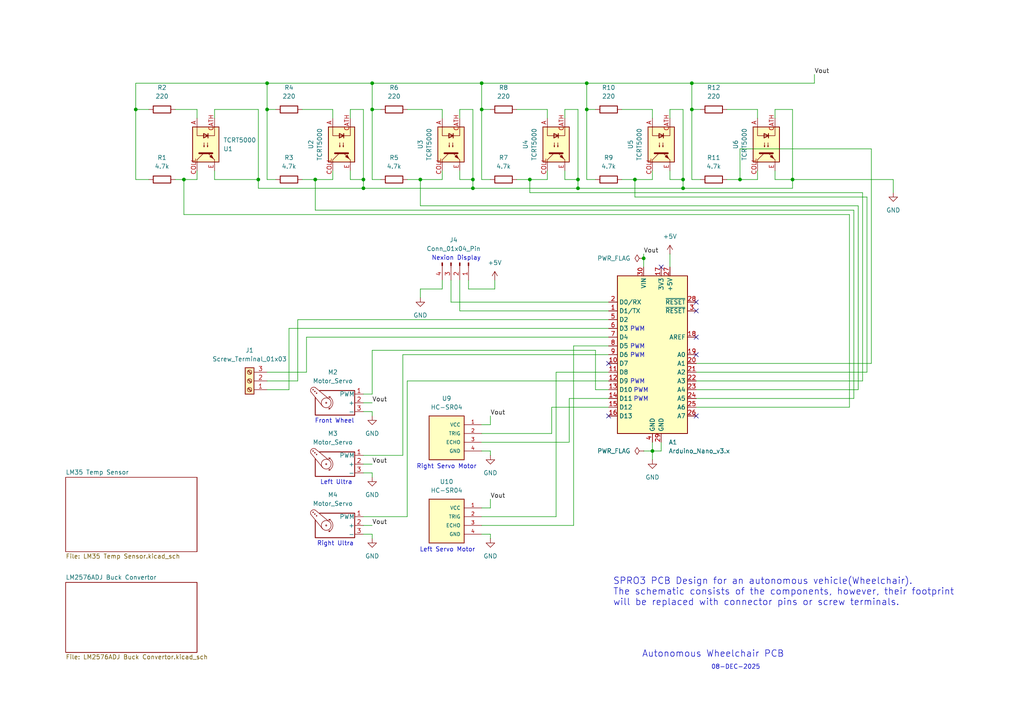
<source format=kicad_sch>
(kicad_sch
	(version 20250114)
	(generator "eeschema")
	(generator_version "9.0")
	(uuid "5105bcb2-8e87-4aaa-b466-fbc4cdbf7bd2")
	(paper "A4")
	(lib_symbols
		(symbol "Connector:Conn_01x04_Pin"
			(pin_names
				(offset 1.016)
				(hide yes)
			)
			(exclude_from_sim no)
			(in_bom yes)
			(on_board yes)
			(property "Reference" "J"
				(at 0 5.08 0)
				(effects
					(font
						(size 1.27 1.27)
					)
				)
			)
			(property "Value" "Conn_01x04_Pin"
				(at 0 -7.62 0)
				(effects
					(font
						(size 1.27 1.27)
					)
				)
			)
			(property "Footprint" ""
				(at 0 0 0)
				(effects
					(font
						(size 1.27 1.27)
					)
					(hide yes)
				)
			)
			(property "Datasheet" "~"
				(at 0 0 0)
				(effects
					(font
						(size 1.27 1.27)
					)
					(hide yes)
				)
			)
			(property "Description" "Generic connector, single row, 01x04, script generated"
				(at 0 0 0)
				(effects
					(font
						(size 1.27 1.27)
					)
					(hide yes)
				)
			)
			(property "ki_locked" ""
				(at 0 0 0)
				(effects
					(font
						(size 1.27 1.27)
					)
				)
			)
			(property "ki_keywords" "connector"
				(at 0 0 0)
				(effects
					(font
						(size 1.27 1.27)
					)
					(hide yes)
				)
			)
			(property "ki_fp_filters" "Connector*:*_1x??_*"
				(at 0 0 0)
				(effects
					(font
						(size 1.27 1.27)
					)
					(hide yes)
				)
			)
			(symbol "Conn_01x04_Pin_1_1"
				(rectangle
					(start 0.8636 2.667)
					(end 0 2.413)
					(stroke
						(width 0.1524)
						(type default)
					)
					(fill
						(type outline)
					)
				)
				(rectangle
					(start 0.8636 0.127)
					(end 0 -0.127)
					(stroke
						(width 0.1524)
						(type default)
					)
					(fill
						(type outline)
					)
				)
				(rectangle
					(start 0.8636 -2.413)
					(end 0 -2.667)
					(stroke
						(width 0.1524)
						(type default)
					)
					(fill
						(type outline)
					)
				)
				(rectangle
					(start 0.8636 -4.953)
					(end 0 -5.207)
					(stroke
						(width 0.1524)
						(type default)
					)
					(fill
						(type outline)
					)
				)
				(polyline
					(pts
						(xy 1.27 2.54) (xy 0.8636 2.54)
					)
					(stroke
						(width 0.1524)
						(type default)
					)
					(fill
						(type none)
					)
				)
				(polyline
					(pts
						(xy 1.27 0) (xy 0.8636 0)
					)
					(stroke
						(width 0.1524)
						(type default)
					)
					(fill
						(type none)
					)
				)
				(polyline
					(pts
						(xy 1.27 -2.54) (xy 0.8636 -2.54)
					)
					(stroke
						(width 0.1524)
						(type default)
					)
					(fill
						(type none)
					)
				)
				(polyline
					(pts
						(xy 1.27 -5.08) (xy 0.8636 -5.08)
					)
					(stroke
						(width 0.1524)
						(type default)
					)
					(fill
						(type none)
					)
				)
				(pin passive line
					(at 5.08 2.54 180)
					(length 3.81)
					(name "Pin_1"
						(effects
							(font
								(size 1.27 1.27)
							)
						)
					)
					(number "1"
						(effects
							(font
								(size 1.27 1.27)
							)
						)
					)
				)
				(pin passive line
					(at 5.08 0 180)
					(length 3.81)
					(name "Pin_2"
						(effects
							(font
								(size 1.27 1.27)
							)
						)
					)
					(number "2"
						(effects
							(font
								(size 1.27 1.27)
							)
						)
					)
				)
				(pin passive line
					(at 5.08 -2.54 180)
					(length 3.81)
					(name "Pin_3"
						(effects
							(font
								(size 1.27 1.27)
							)
						)
					)
					(number "3"
						(effects
							(font
								(size 1.27 1.27)
							)
						)
					)
				)
				(pin passive line
					(at 5.08 -5.08 180)
					(length 3.81)
					(name "Pin_4"
						(effects
							(font
								(size 1.27 1.27)
							)
						)
					)
					(number "4"
						(effects
							(font
								(size 1.27 1.27)
							)
						)
					)
				)
			)
			(embedded_fonts no)
		)
		(symbol "Connector:Screw_Terminal_01x03"
			(pin_names
				(offset 1.016)
				(hide yes)
			)
			(exclude_from_sim no)
			(in_bom yes)
			(on_board yes)
			(property "Reference" "J"
				(at 0 5.08 0)
				(effects
					(font
						(size 1.27 1.27)
					)
				)
			)
			(property "Value" "Screw_Terminal_01x03"
				(at 0 -5.08 0)
				(effects
					(font
						(size 1.27 1.27)
					)
				)
			)
			(property "Footprint" ""
				(at 0 0 0)
				(effects
					(font
						(size 1.27 1.27)
					)
					(hide yes)
				)
			)
			(property "Datasheet" "~"
				(at 0 0 0)
				(effects
					(font
						(size 1.27 1.27)
					)
					(hide yes)
				)
			)
			(property "Description" "Generic screw terminal, single row, 01x03, script generated (kicad-library-utils/schlib/autogen/connector/)"
				(at 0 0 0)
				(effects
					(font
						(size 1.27 1.27)
					)
					(hide yes)
				)
			)
			(property "ki_keywords" "screw terminal"
				(at 0 0 0)
				(effects
					(font
						(size 1.27 1.27)
					)
					(hide yes)
				)
			)
			(property "ki_fp_filters" "TerminalBlock*:*"
				(at 0 0 0)
				(effects
					(font
						(size 1.27 1.27)
					)
					(hide yes)
				)
			)
			(symbol "Screw_Terminal_01x03_1_1"
				(rectangle
					(start -1.27 3.81)
					(end 1.27 -3.81)
					(stroke
						(width 0.254)
						(type default)
					)
					(fill
						(type background)
					)
				)
				(polyline
					(pts
						(xy -0.5334 2.8702) (xy 0.3302 2.032)
					)
					(stroke
						(width 0.1524)
						(type default)
					)
					(fill
						(type none)
					)
				)
				(polyline
					(pts
						(xy -0.5334 0.3302) (xy 0.3302 -0.508)
					)
					(stroke
						(width 0.1524)
						(type default)
					)
					(fill
						(type none)
					)
				)
				(polyline
					(pts
						(xy -0.5334 -2.2098) (xy 0.3302 -3.048)
					)
					(stroke
						(width 0.1524)
						(type default)
					)
					(fill
						(type none)
					)
				)
				(polyline
					(pts
						(xy -0.3556 3.048) (xy 0.508 2.2098)
					)
					(stroke
						(width 0.1524)
						(type default)
					)
					(fill
						(type none)
					)
				)
				(polyline
					(pts
						(xy -0.3556 0.508) (xy 0.508 -0.3302)
					)
					(stroke
						(width 0.1524)
						(type default)
					)
					(fill
						(type none)
					)
				)
				(polyline
					(pts
						(xy -0.3556 -2.032) (xy 0.508 -2.8702)
					)
					(stroke
						(width 0.1524)
						(type default)
					)
					(fill
						(type none)
					)
				)
				(circle
					(center 0 2.54)
					(radius 0.635)
					(stroke
						(width 0.1524)
						(type default)
					)
					(fill
						(type none)
					)
				)
				(circle
					(center 0 0)
					(radius 0.635)
					(stroke
						(width 0.1524)
						(type default)
					)
					(fill
						(type none)
					)
				)
				(circle
					(center 0 -2.54)
					(radius 0.635)
					(stroke
						(width 0.1524)
						(type default)
					)
					(fill
						(type none)
					)
				)
				(pin passive line
					(at -5.08 2.54 0)
					(length 3.81)
					(name "Pin_1"
						(effects
							(font
								(size 1.27 1.27)
							)
						)
					)
					(number "1"
						(effects
							(font
								(size 1.27 1.27)
							)
						)
					)
				)
				(pin passive line
					(at -5.08 0 0)
					(length 3.81)
					(name "Pin_2"
						(effects
							(font
								(size 1.27 1.27)
							)
						)
					)
					(number "2"
						(effects
							(font
								(size 1.27 1.27)
							)
						)
					)
				)
				(pin passive line
					(at -5.08 -2.54 0)
					(length 3.81)
					(name "Pin_3"
						(effects
							(font
								(size 1.27 1.27)
							)
						)
					)
					(number "3"
						(effects
							(font
								(size 1.27 1.27)
							)
						)
					)
				)
			)
			(embedded_fonts no)
		)
		(symbol "Device:R"
			(pin_numbers
				(hide yes)
			)
			(pin_names
				(offset 0)
			)
			(exclude_from_sim no)
			(in_bom yes)
			(on_board yes)
			(property "Reference" "R"
				(at 2.032 0 90)
				(effects
					(font
						(size 1.27 1.27)
					)
				)
			)
			(property "Value" "R"
				(at 0 0 90)
				(effects
					(font
						(size 1.27 1.27)
					)
				)
			)
			(property "Footprint" ""
				(at -1.778 0 90)
				(effects
					(font
						(size 1.27 1.27)
					)
					(hide yes)
				)
			)
			(property "Datasheet" "~"
				(at 0 0 0)
				(effects
					(font
						(size 1.27 1.27)
					)
					(hide yes)
				)
			)
			(property "Description" "Resistor"
				(at 0 0 0)
				(effects
					(font
						(size 1.27 1.27)
					)
					(hide yes)
				)
			)
			(property "ki_keywords" "R res resistor"
				(at 0 0 0)
				(effects
					(font
						(size 1.27 1.27)
					)
					(hide yes)
				)
			)
			(property "ki_fp_filters" "R_*"
				(at 0 0 0)
				(effects
					(font
						(size 1.27 1.27)
					)
					(hide yes)
				)
			)
			(symbol "R_0_1"
				(rectangle
					(start -1.016 -2.54)
					(end 1.016 2.54)
					(stroke
						(width 0.254)
						(type default)
					)
					(fill
						(type none)
					)
				)
			)
			(symbol "R_1_1"
				(pin passive line
					(at 0 3.81 270)
					(length 1.27)
					(name "~"
						(effects
							(font
								(size 1.27 1.27)
							)
						)
					)
					(number "1"
						(effects
							(font
								(size 1.27 1.27)
							)
						)
					)
				)
				(pin passive line
					(at 0 -3.81 90)
					(length 1.27)
					(name "~"
						(effects
							(font
								(size 1.27 1.27)
							)
						)
					)
					(number "2"
						(effects
							(font
								(size 1.27 1.27)
							)
						)
					)
				)
			)
			(embedded_fonts no)
		)
		(symbol "MCU_Module:Arduino_Nano_v3.x"
			(exclude_from_sim no)
			(in_bom yes)
			(on_board yes)
			(property "Reference" "A"
				(at -10.16 23.495 0)
				(effects
					(font
						(size 1.27 1.27)
					)
					(justify left bottom)
				)
			)
			(property "Value" "Arduino_Nano_v3.x"
				(at 5.08 -24.13 0)
				(effects
					(font
						(size 1.27 1.27)
					)
					(justify left top)
				)
			)
			(property "Footprint" "Module:Arduino_Nano"
				(at 0 0 0)
				(effects
					(font
						(size 1.27 1.27)
						(italic yes)
					)
					(hide yes)
				)
			)
			(property "Datasheet" "http://www.mouser.com/pdfdocs/Gravitech_Arduino_Nano3_0.pdf"
				(at 0 0 0)
				(effects
					(font
						(size 1.27 1.27)
					)
					(hide yes)
				)
			)
			(property "Description" "Arduino Nano v3.x"
				(at 0 0 0)
				(effects
					(font
						(size 1.27 1.27)
					)
					(hide yes)
				)
			)
			(property "ki_keywords" "Arduino nano microcontroller module USB"
				(at 0 0 0)
				(effects
					(font
						(size 1.27 1.27)
					)
					(hide yes)
				)
			)
			(property "ki_fp_filters" "Arduino*Nano*"
				(at 0 0 0)
				(effects
					(font
						(size 1.27 1.27)
					)
					(hide yes)
				)
			)
			(symbol "Arduino_Nano_v3.x_0_1"
				(rectangle
					(start -10.16 22.86)
					(end 10.16 -22.86)
					(stroke
						(width 0.254)
						(type default)
					)
					(fill
						(type background)
					)
				)
			)
			(symbol "Arduino_Nano_v3.x_1_1"
				(pin bidirectional line
					(at -12.7 15.24 0)
					(length 2.54)
					(name "D0/RX"
						(effects
							(font
								(size 1.27 1.27)
							)
						)
					)
					(number "2"
						(effects
							(font
								(size 1.27 1.27)
							)
						)
					)
				)
				(pin bidirectional line
					(at -12.7 12.7 0)
					(length 2.54)
					(name "D1/TX"
						(effects
							(font
								(size 1.27 1.27)
							)
						)
					)
					(number "1"
						(effects
							(font
								(size 1.27 1.27)
							)
						)
					)
				)
				(pin bidirectional line
					(at -12.7 10.16 0)
					(length 2.54)
					(name "D2"
						(effects
							(font
								(size 1.27 1.27)
							)
						)
					)
					(number "5"
						(effects
							(font
								(size 1.27 1.27)
							)
						)
					)
				)
				(pin bidirectional line
					(at -12.7 7.62 0)
					(length 2.54)
					(name "D3"
						(effects
							(font
								(size 1.27 1.27)
							)
						)
					)
					(number "6"
						(effects
							(font
								(size 1.27 1.27)
							)
						)
					)
				)
				(pin bidirectional line
					(at -12.7 5.08 0)
					(length 2.54)
					(name "D4"
						(effects
							(font
								(size 1.27 1.27)
							)
						)
					)
					(number "7"
						(effects
							(font
								(size 1.27 1.27)
							)
						)
					)
				)
				(pin bidirectional line
					(at -12.7 2.54 0)
					(length 2.54)
					(name "D5"
						(effects
							(font
								(size 1.27 1.27)
							)
						)
					)
					(number "8"
						(effects
							(font
								(size 1.27 1.27)
							)
						)
					)
				)
				(pin bidirectional line
					(at -12.7 0 0)
					(length 2.54)
					(name "D6"
						(effects
							(font
								(size 1.27 1.27)
							)
						)
					)
					(number "9"
						(effects
							(font
								(size 1.27 1.27)
							)
						)
					)
				)
				(pin bidirectional line
					(at -12.7 -2.54 0)
					(length 2.54)
					(name "D7"
						(effects
							(font
								(size 1.27 1.27)
							)
						)
					)
					(number "10"
						(effects
							(font
								(size 1.27 1.27)
							)
						)
					)
				)
				(pin bidirectional line
					(at -12.7 -5.08 0)
					(length 2.54)
					(name "D8"
						(effects
							(font
								(size 1.27 1.27)
							)
						)
					)
					(number "11"
						(effects
							(font
								(size 1.27 1.27)
							)
						)
					)
				)
				(pin bidirectional line
					(at -12.7 -7.62 0)
					(length 2.54)
					(name "D9"
						(effects
							(font
								(size 1.27 1.27)
							)
						)
					)
					(number "12"
						(effects
							(font
								(size 1.27 1.27)
							)
						)
					)
				)
				(pin bidirectional line
					(at -12.7 -10.16 0)
					(length 2.54)
					(name "D10"
						(effects
							(font
								(size 1.27 1.27)
							)
						)
					)
					(number "13"
						(effects
							(font
								(size 1.27 1.27)
							)
						)
					)
				)
				(pin bidirectional line
					(at -12.7 -12.7 0)
					(length 2.54)
					(name "D11"
						(effects
							(font
								(size 1.27 1.27)
							)
						)
					)
					(number "14"
						(effects
							(font
								(size 1.27 1.27)
							)
						)
					)
				)
				(pin bidirectional line
					(at -12.7 -15.24 0)
					(length 2.54)
					(name "D12"
						(effects
							(font
								(size 1.27 1.27)
							)
						)
					)
					(number "15"
						(effects
							(font
								(size 1.27 1.27)
							)
						)
					)
				)
				(pin bidirectional line
					(at -12.7 -17.78 0)
					(length 2.54)
					(name "D13"
						(effects
							(font
								(size 1.27 1.27)
							)
						)
					)
					(number "16"
						(effects
							(font
								(size 1.27 1.27)
							)
						)
					)
				)
				(pin power_in line
					(at -2.54 25.4 270)
					(length 2.54)
					(name "VIN"
						(effects
							(font
								(size 1.27 1.27)
							)
						)
					)
					(number "30"
						(effects
							(font
								(size 1.27 1.27)
							)
						)
					)
				)
				(pin power_in line
					(at 0 -25.4 90)
					(length 2.54)
					(name "GND"
						(effects
							(font
								(size 1.27 1.27)
							)
						)
					)
					(number "4"
						(effects
							(font
								(size 1.27 1.27)
							)
						)
					)
				)
				(pin power_out line
					(at 2.54 25.4 270)
					(length 2.54)
					(name "3V3"
						(effects
							(font
								(size 1.27 1.27)
							)
						)
					)
					(number "17"
						(effects
							(font
								(size 1.27 1.27)
							)
						)
					)
				)
				(pin power_in line
					(at 2.54 -25.4 90)
					(length 2.54)
					(name "GND"
						(effects
							(font
								(size 1.27 1.27)
							)
						)
					)
					(number "29"
						(effects
							(font
								(size 1.27 1.27)
							)
						)
					)
				)
				(pin power_out line
					(at 5.08 25.4 270)
					(length 2.54)
					(name "+5V"
						(effects
							(font
								(size 1.27 1.27)
							)
						)
					)
					(number "27"
						(effects
							(font
								(size 1.27 1.27)
							)
						)
					)
				)
				(pin input line
					(at 12.7 15.24 180)
					(length 2.54)
					(name "~{RESET}"
						(effects
							(font
								(size 1.27 1.27)
							)
						)
					)
					(number "28"
						(effects
							(font
								(size 1.27 1.27)
							)
						)
					)
				)
				(pin input line
					(at 12.7 12.7 180)
					(length 2.54)
					(name "~{RESET}"
						(effects
							(font
								(size 1.27 1.27)
							)
						)
					)
					(number "3"
						(effects
							(font
								(size 1.27 1.27)
							)
						)
					)
				)
				(pin input line
					(at 12.7 5.08 180)
					(length 2.54)
					(name "AREF"
						(effects
							(font
								(size 1.27 1.27)
							)
						)
					)
					(number "18"
						(effects
							(font
								(size 1.27 1.27)
							)
						)
					)
				)
				(pin bidirectional line
					(at 12.7 0 180)
					(length 2.54)
					(name "A0"
						(effects
							(font
								(size 1.27 1.27)
							)
						)
					)
					(number "19"
						(effects
							(font
								(size 1.27 1.27)
							)
						)
					)
				)
				(pin bidirectional line
					(at 12.7 -2.54 180)
					(length 2.54)
					(name "A1"
						(effects
							(font
								(size 1.27 1.27)
							)
						)
					)
					(number "20"
						(effects
							(font
								(size 1.27 1.27)
							)
						)
					)
				)
				(pin bidirectional line
					(at 12.7 -5.08 180)
					(length 2.54)
					(name "A2"
						(effects
							(font
								(size 1.27 1.27)
							)
						)
					)
					(number "21"
						(effects
							(font
								(size 1.27 1.27)
							)
						)
					)
				)
				(pin bidirectional line
					(at 12.7 -7.62 180)
					(length 2.54)
					(name "A3"
						(effects
							(font
								(size 1.27 1.27)
							)
						)
					)
					(number "22"
						(effects
							(font
								(size 1.27 1.27)
							)
						)
					)
				)
				(pin bidirectional line
					(at 12.7 -10.16 180)
					(length 2.54)
					(name "A4"
						(effects
							(font
								(size 1.27 1.27)
							)
						)
					)
					(number "23"
						(effects
							(font
								(size 1.27 1.27)
							)
						)
					)
				)
				(pin bidirectional line
					(at 12.7 -12.7 180)
					(length 2.54)
					(name "A5"
						(effects
							(font
								(size 1.27 1.27)
							)
						)
					)
					(number "24"
						(effects
							(font
								(size 1.27 1.27)
							)
						)
					)
				)
				(pin bidirectional line
					(at 12.7 -15.24 180)
					(length 2.54)
					(name "A6"
						(effects
							(font
								(size 1.27 1.27)
							)
						)
					)
					(number "25"
						(effects
							(font
								(size 1.27 1.27)
							)
						)
					)
				)
				(pin bidirectional line
					(at 12.7 -17.78 180)
					(length 2.54)
					(name "A7"
						(effects
							(font
								(size 1.27 1.27)
							)
						)
					)
					(number "26"
						(effects
							(font
								(size 1.27 1.27)
							)
						)
					)
				)
			)
			(embedded_fonts no)
		)
		(symbol "Motor:Motor_Servo"
			(pin_names
				(offset 0.0254)
			)
			(exclude_from_sim no)
			(in_bom yes)
			(on_board yes)
			(property "Reference" "M"
				(at -5.08 4.445 0)
				(effects
					(font
						(size 1.27 1.27)
					)
					(justify left)
				)
			)
			(property "Value" "Motor_Servo"
				(at -5.08 -4.064 0)
				(effects
					(font
						(size 1.27 1.27)
					)
					(justify left top)
				)
			)
			(property "Footprint" ""
				(at 0 -4.826 0)
				(effects
					(font
						(size 1.27 1.27)
					)
					(hide yes)
				)
			)
			(property "Datasheet" "http://forums.parallax.com/uploads/attachments/46831/74481.png"
				(at 0 -4.826 0)
				(effects
					(font
						(size 1.27 1.27)
					)
					(hide yes)
				)
			)
			(property "Description" "Servo Motor (Futaba, HiTec, JR connector)"
				(at 0 0 0)
				(effects
					(font
						(size 1.27 1.27)
					)
					(hide yes)
				)
			)
			(property "ki_keywords" "Servo Motor"
				(at 0 0 0)
				(effects
					(font
						(size 1.27 1.27)
					)
					(hide yes)
				)
			)
			(property "ki_fp_filters" "PinHeader*P2.54mm*"
				(at 0 0 0)
				(effects
					(font
						(size 1.27 1.27)
					)
					(hide yes)
				)
			)
			(symbol "Motor_Servo_0_1"
				(polyline
					(pts
						(xy 2.413 1.778) (xy 1.905 1.778)
					)
					(stroke
						(width 0)
						(type default)
					)
					(fill
						(type none)
					)
				)
				(polyline
					(pts
						(xy 2.413 1.778) (xy 2.286 1.397)
					)
					(stroke
						(width 0)
						(type default)
					)
					(fill
						(type none)
					)
				)
				(polyline
					(pts
						(xy 2.413 -1.778) (xy 2.032 -1.778)
					)
					(stroke
						(width 0)
						(type default)
					)
					(fill
						(type none)
					)
				)
				(polyline
					(pts
						(xy 2.413 -1.778) (xy 2.286 -1.397)
					)
					(stroke
						(width 0)
						(type default)
					)
					(fill
						(type none)
					)
				)
				(arc
					(start 2.413 -1.778)
					(mid 1.2406 0)
					(end 2.413 1.778)
					(stroke
						(width 0)
						(type default)
					)
					(fill
						(type none)
					)
				)
				(circle
					(center 3.175 0)
					(radius 0.1778)
					(stroke
						(width 0)
						(type default)
					)
					(fill
						(type none)
					)
				)
				(circle
					(center 3.175 0)
					(radius 1.4224)
					(stroke
						(width 0)
						(type default)
					)
					(fill
						(type none)
					)
				)
				(polyline
					(pts
						(xy 5.08 3.556) (xy -5.08 3.556) (xy -5.08 -3.556) (xy 6.35 -3.556) (xy 6.35 1.524)
					)
					(stroke
						(width 0.254)
						(type default)
					)
					(fill
						(type none)
					)
				)
				(circle
					(center 5.969 2.794)
					(radius 0.127)
					(stroke
						(width 0)
						(type default)
					)
					(fill
						(type none)
					)
				)
				(polyline
					(pts
						(xy 6.35 4.445) (xy 2.54 1.27)
					)
					(stroke
						(width 0)
						(type default)
					)
					(fill
						(type none)
					)
				)
				(circle
					(center 6.477 3.302)
					(radius 0.127)
					(stroke
						(width 0)
						(type default)
					)
					(fill
						(type none)
					)
				)
				(arc
					(start 6.35 4.445)
					(mid 7.4487 4.2737)
					(end 7.62 3.175)
					(stroke
						(width 0)
						(type default)
					)
					(fill
						(type none)
					)
				)
				(circle
					(center 6.985 3.81)
					(radius 0.127)
					(stroke
						(width 0)
						(type default)
					)
					(fill
						(type none)
					)
				)
				(polyline
					(pts
						(xy 7.62 3.175) (xy 4.191 -1.016)
					)
					(stroke
						(width 0)
						(type default)
					)
					(fill
						(type none)
					)
				)
			)
			(symbol "Motor_Servo_1_1"
				(pin passive line
					(at -7.62 2.54 0)
					(length 2.54)
					(name "PWM"
						(effects
							(font
								(size 1.27 1.27)
							)
						)
					)
					(number "1"
						(effects
							(font
								(size 1.27 1.27)
							)
						)
					)
				)
				(pin passive line
					(at -7.62 0 0)
					(length 2.54)
					(name "+"
						(effects
							(font
								(size 1.27 1.27)
							)
						)
					)
					(number "2"
						(effects
							(font
								(size 1.27 1.27)
							)
						)
					)
				)
				(pin passive line
					(at -7.62 -2.54 0)
					(length 2.54)
					(name "-"
						(effects
							(font
								(size 1.27 1.27)
							)
						)
					)
					(number "3"
						(effects
							(font
								(size 1.27 1.27)
							)
						)
					)
				)
			)
			(embedded_fonts no)
		)
		(symbol "New_Library:HC-SR04"
			(pin_names
				(offset 1.016)
			)
			(exclude_from_sim no)
			(in_bom yes)
			(on_board yes)
			(property "Reference" "U"
				(at 0 5.0813 0)
				(effects
					(font
						(size 1.27 1.27)
					)
					(justify left bottom)
				)
			)
			(property "Value" "HC-SR04"
				(at 0 -10.163 0)
				(effects
					(font
						(size 1.27 1.27)
					)
					(justify left bottom)
				)
			)
			(property "Footprint" "HC-SR04:XCVR_HC-SR04"
				(at 1.016 -12.192 0)
				(effects
					(font
						(size 1.27 1.27)
					)
					(justify bottom)
					(hide yes)
				)
			)
			(property "Datasheet" ""
				(at 0 0 0)
				(effects
					(font
						(size 1.27 1.27)
					)
					(hide yes)
				)
			)
			(property "Description" ""
				(at 0 0 0)
				(effects
					(font
						(size 1.27 1.27)
					)
					(hide yes)
				)
			)
			(property "MF" ""
				(at 0 0 0)
				(effects
					(font
						(size 1.27 1.27)
					)
					(justify bottom)
					(hide yes)
				)
			)
			(property "Description_1" ""
				(at 0 0 0)
				(effects
					(font
						(size 1.27 1.27)
					)
					(justify bottom)
					(hide yes)
				)
			)
			(property "Package" ""
				(at 0 0 0)
				(effects
					(font
						(size 1.27 1.27)
					)
					(justify bottom)
					(hide yes)
				)
			)
			(property "Price" ""
				(at 0 0 0)
				(effects
					(font
						(size 1.27 1.27)
					)
					(justify bottom)
					(hide yes)
				)
			)
			(property "Check_prices" ""
				(at 0 0 0)
				(effects
					(font
						(size 1.27 1.27)
					)
					(justify bottom)
					(hide yes)
				)
			)
			(property "SnapEDA_Link" ""
				(at 0 0 0)
				(effects
					(font
						(size 1.27 1.27)
					)
					(justify bottom)
					(hide yes)
				)
			)
			(property "MP" "HC-SR04"
				(at 4.572 -14.224 0)
				(effects
					(font
						(size 1.27 1.27)
					)
					(justify bottom)
					(hide yes)
				)
			)
			(property "Availability" ""
				(at 0 0 0)
				(effects
					(font
						(size 1.27 1.27)
					)
					(justify bottom)
					(hide yes)
				)
			)
			(property "MANUFACTURER" ""
				(at 0 0 0)
				(effects
					(font
						(size 1.27 1.27)
					)
					(justify bottom)
					(hide yes)
				)
			)
			(symbol "HC-SR04_0_0"
				(rectangle
					(start 0 5.08)
					(end 10.16 -7.62)
					(stroke
						(width 0.254)
						(type default)
					)
					(fill
						(type background)
					)
				)
				(pin power_in line
					(at -5.08 2.54 0)
					(length 5.08)
					(name "VCC"
						(effects
							(font
								(size 1.016 1.016)
							)
						)
					)
					(number "1"
						(effects
							(font
								(size 1.016 1.016)
							)
						)
					)
				)
				(pin bidirectional line
					(at -5.08 0 0)
					(length 5.08)
					(name "TRIG"
						(effects
							(font
								(size 1.016 1.016)
							)
						)
					)
					(number "2"
						(effects
							(font
								(size 1.016 1.016)
							)
						)
					)
				)
				(pin bidirectional line
					(at -5.08 -2.54 0)
					(length 5.08)
					(name "ECHO"
						(effects
							(font
								(size 1.016 1.016)
							)
						)
					)
					(number "3"
						(effects
							(font
								(size 1.016 1.016)
							)
						)
					)
				)
				(pin power_in line
					(at -5.08 -5.08 0)
					(length 5.08)
					(name "GND"
						(effects
							(font
								(size 1.016 1.016)
							)
						)
					)
					(number "4"
						(effects
							(font
								(size 1.016 1.016)
							)
						)
					)
				)
			)
			(embedded_fonts no)
		)
		(symbol "New_Library:TCRT5000"
			(exclude_from_sim no)
			(in_bom yes)
			(on_board yes)
			(property "Reference" "U"
				(at 0 5.08 0)
				(effects
					(font
						(size 1.27 1.27)
					)
				)
			)
			(property "Value" "TCRT5000"
				(at 0 -5.08 0)
				(effects
					(font
						(size 1.27 1.27)
					)
				)
			)
			(property "Footprint" "tcrt5000:tcrt5000"
				(at 0 -8.255 0)
				(effects
					(font
						(size 1.27 1.27)
					)
					(hide yes)
				)
			)
			(property "Datasheet" "https://www.vishay.com/docs/83760/tcrt5000.pdf"
				(at -1.27 -10.16 0)
				(effects
					(font
						(size 1.27 1.27)
					)
					(hide yes)
				)
			)
			(property "Description" ""
				(at 0 0 0)
				(effects
					(font
						(size 1.27 1.27)
					)
					(hide yes)
				)
			)
			(symbol "TCRT5000_0_1"
				(rectangle
					(start -5.08 3.81)
					(end 5.08 -3.81)
					(stroke
						(width 0.254)
						(type default)
					)
					(fill
						(type background)
					)
				)
				(polyline
					(pts
						(xy -5.08 2.54) (xy -2.54 2.54) (xy -2.54 -1.27) (xy -2.54 0.635)
					)
					(stroke
						(width 0)
						(type default)
					)
					(fill
						(type none)
					)
				)
				(polyline
					(pts
						(xy -3.175 -0.635) (xy -1.905 -0.635)
					)
					(stroke
						(width 0.254)
						(type default)
					)
					(fill
						(type none)
					)
				)
				(polyline
					(pts
						(xy -2.54 -0.635) (xy -2.54 -2.54) (xy -5.08 -2.54)
					)
					(stroke
						(width 0)
						(type default)
					)
					(fill
						(type none)
					)
				)
				(polyline
					(pts
						(xy -2.54 -0.635) (xy -3.175 0.635) (xy -1.905 0.635) (xy -2.54 -0.635)
					)
					(stroke
						(width 0.254)
						(type default)
					)
					(fill
						(type none)
					)
				)
				(polyline
					(pts
						(xy -0.508 0.508) (xy 0.762 0.508) (xy 0.381 0.381) (xy 0.381 0.635) (xy 0.762 0.508)
					)
					(stroke
						(width 0)
						(type default)
					)
					(fill
						(type none)
					)
				)
				(polyline
					(pts
						(xy -0.508 -0.508) (xy 0.762 -0.508) (xy 0.381 -0.635) (xy 0.381 -0.381) (xy 0.762 -0.508)
					)
					(stroke
						(width 0)
						(type default)
					)
					(fill
						(type none)
					)
				)
				(polyline
					(pts
						(xy 2.54 1.905) (xy 2.54 -1.905) (xy 2.54 -1.905)
					)
					(stroke
						(width 0.508)
						(type default)
					)
					(fill
						(type none)
					)
				)
				(polyline
					(pts
						(xy 2.54 0.635) (xy 4.445 2.54)
					)
					(stroke
						(width 0)
						(type default)
					)
					(fill
						(type none)
					)
				)
				(polyline
					(pts
						(xy 3.048 -1.651) (xy 3.556 -1.143) (xy 4.064 -2.159) (xy 3.048 -1.651) (xy 3.048 -1.651)
					)
					(stroke
						(width 0)
						(type default)
					)
					(fill
						(type outline)
					)
				)
				(polyline
					(pts
						(xy 4.445 2.54) (xy 5.08 2.54)
					)
					(stroke
						(width 0)
						(type default)
					)
					(fill
						(type none)
					)
				)
				(polyline
					(pts
						(xy 4.445 -2.54) (xy 2.54 -0.635)
					)
					(stroke
						(width 0)
						(type default)
					)
					(fill
						(type outline)
					)
				)
				(polyline
					(pts
						(xy 4.445 -2.54) (xy 5.08 -2.54)
					)
					(stroke
						(width 0)
						(type default)
					)
					(fill
						(type none)
					)
				)
			)
			(symbol "TCRT5000_1_1"
				(pin passive line
					(at -7.62 2.54 0)
					(length 2.54)
					(name "~"
						(effects
							(font
								(size 1.27 1.27)
							)
						)
					)
					(number "A"
						(effects
							(font
								(size 1.27 1.27)
							)
						)
					)
				)
				(pin passive line
					(at -7.62 -2.54 0)
					(length 2.54)
					(name "~"
						(effects
							(font
								(size 1.27 1.27)
							)
						)
					)
					(number "CATH"
						(effects
							(font
								(size 1.27 1.27)
							)
						)
					)
				)
				(pin passive line
					(at 7.62 2.54 180)
					(length 2.54)
					(name "~"
						(effects
							(font
								(size 1.27 1.27)
							)
						)
					)
					(number "COLL"
						(effects
							(font
								(size 1.27 1.27)
							)
						)
					)
				)
				(pin passive line
					(at 7.62 -2.54 180)
					(length 2.54)
					(name "~"
						(effects
							(font
								(size 1.27 1.27)
							)
						)
					)
					(number "E"
						(effects
							(font
								(size 1.27 1.27)
							)
						)
					)
				)
			)
			(embedded_fonts no)
		)
		(symbol "power:+5V"
			(power)
			(pin_numbers
				(hide yes)
			)
			(pin_names
				(offset 0)
				(hide yes)
			)
			(exclude_from_sim no)
			(in_bom yes)
			(on_board yes)
			(property "Reference" "#PWR"
				(at 0 -3.81 0)
				(effects
					(font
						(size 1.27 1.27)
					)
					(hide yes)
				)
			)
			(property "Value" "+5V"
				(at 0 3.556 0)
				(effects
					(font
						(size 1.27 1.27)
					)
				)
			)
			(property "Footprint" ""
				(at 0 0 0)
				(effects
					(font
						(size 1.27 1.27)
					)
					(hide yes)
				)
			)
			(property "Datasheet" ""
				(at 0 0 0)
				(effects
					(font
						(size 1.27 1.27)
					)
					(hide yes)
				)
			)
			(property "Description" "Power symbol creates a global label with name \"+5V\""
				(at 0 0 0)
				(effects
					(font
						(size 1.27 1.27)
					)
					(hide yes)
				)
			)
			(property "ki_keywords" "global power"
				(at 0 0 0)
				(effects
					(font
						(size 1.27 1.27)
					)
					(hide yes)
				)
			)
			(symbol "+5V_0_1"
				(polyline
					(pts
						(xy -0.762 1.27) (xy 0 2.54)
					)
					(stroke
						(width 0)
						(type default)
					)
					(fill
						(type none)
					)
				)
				(polyline
					(pts
						(xy 0 2.54) (xy 0.762 1.27)
					)
					(stroke
						(width 0)
						(type default)
					)
					(fill
						(type none)
					)
				)
				(polyline
					(pts
						(xy 0 0) (xy 0 2.54)
					)
					(stroke
						(width 0)
						(type default)
					)
					(fill
						(type none)
					)
				)
			)
			(symbol "+5V_1_1"
				(pin power_in line
					(at 0 0 90)
					(length 0)
					(name "~"
						(effects
							(font
								(size 1.27 1.27)
							)
						)
					)
					(number "1"
						(effects
							(font
								(size 1.27 1.27)
							)
						)
					)
				)
			)
			(embedded_fonts no)
		)
		(symbol "power:GND"
			(power)
			(pin_numbers
				(hide yes)
			)
			(pin_names
				(offset 0)
				(hide yes)
			)
			(exclude_from_sim no)
			(in_bom yes)
			(on_board yes)
			(property "Reference" "#PWR"
				(at 0 -6.35 0)
				(effects
					(font
						(size 1.27 1.27)
					)
					(hide yes)
				)
			)
			(property "Value" "GND"
				(at 0 -3.81 0)
				(effects
					(font
						(size 1.27 1.27)
					)
				)
			)
			(property "Footprint" ""
				(at 0 0 0)
				(effects
					(font
						(size 1.27 1.27)
					)
					(hide yes)
				)
			)
			(property "Datasheet" ""
				(at 0 0 0)
				(effects
					(font
						(size 1.27 1.27)
					)
					(hide yes)
				)
			)
			(property "Description" "Power symbol creates a global label with name \"GND\" , ground"
				(at 0 0 0)
				(effects
					(font
						(size 1.27 1.27)
					)
					(hide yes)
				)
			)
			(property "ki_keywords" "global power"
				(at 0 0 0)
				(effects
					(font
						(size 1.27 1.27)
					)
					(hide yes)
				)
			)
			(symbol "GND_0_1"
				(polyline
					(pts
						(xy 0 0) (xy 0 -1.27) (xy 1.27 -1.27) (xy 0 -2.54) (xy -1.27 -1.27) (xy 0 -1.27)
					)
					(stroke
						(width 0)
						(type default)
					)
					(fill
						(type none)
					)
				)
			)
			(symbol "GND_1_1"
				(pin power_in line
					(at 0 0 270)
					(length 0)
					(name "~"
						(effects
							(font
								(size 1.27 1.27)
							)
						)
					)
					(number "1"
						(effects
							(font
								(size 1.27 1.27)
							)
						)
					)
				)
			)
			(embedded_fonts no)
		)
		(symbol "power:PWR_FLAG"
			(power)
			(pin_numbers
				(hide yes)
			)
			(pin_names
				(offset 0)
				(hide yes)
			)
			(exclude_from_sim no)
			(in_bom yes)
			(on_board yes)
			(property "Reference" "#FLG"
				(at 0 1.905 0)
				(effects
					(font
						(size 1.27 1.27)
					)
					(hide yes)
				)
			)
			(property "Value" "PWR_FLAG"
				(at 0 3.81 0)
				(effects
					(font
						(size 1.27 1.27)
					)
				)
			)
			(property "Footprint" ""
				(at 0 0 0)
				(effects
					(font
						(size 1.27 1.27)
					)
					(hide yes)
				)
			)
			(property "Datasheet" "~"
				(at 0 0 0)
				(effects
					(font
						(size 1.27 1.27)
					)
					(hide yes)
				)
			)
			(property "Description" "Special symbol for telling ERC where power comes from"
				(at 0 0 0)
				(effects
					(font
						(size 1.27 1.27)
					)
					(hide yes)
				)
			)
			(property "ki_keywords" "flag power"
				(at 0 0 0)
				(effects
					(font
						(size 1.27 1.27)
					)
					(hide yes)
				)
			)
			(symbol "PWR_FLAG_0_0"
				(pin power_out line
					(at 0 0 90)
					(length 0)
					(name "~"
						(effects
							(font
								(size 1.27 1.27)
							)
						)
					)
					(number "1"
						(effects
							(font
								(size 1.27 1.27)
							)
						)
					)
				)
			)
			(symbol "PWR_FLAG_0_1"
				(polyline
					(pts
						(xy 0 0) (xy 0 1.27) (xy -1.016 1.905) (xy 0 2.54) (xy 1.016 1.905) (xy 0 1.27)
					)
					(stroke
						(width 0)
						(type default)
					)
					(fill
						(type none)
					)
				)
			)
			(embedded_fonts no)
		)
	)
	(text "Nexion Display"
		(exclude_from_sim no)
		(at 132.334 74.93 0)
		(effects
			(font
				(size 1.27 1.27)
			)
		)
		(uuid "19854b55-4730-4336-b0ac-cd80b197d622")
	)
	(text "PWM"
		(exclude_from_sim no)
		(at 184.912 110.744 0)
		(effects
			(font
				(size 1.27 1.27)
			)
		)
		(uuid "258f44c5-94a9-408c-b345-eb1fd44eb9ca")
	)
	(text "SPRO3 PCB Design for an autonomous vehicle(Wheelchair).\nThe schematic consists of the components, however, their footprint \nwill be replaced with connector pins or screw terminals."
		(exclude_from_sim no)
		(at 177.8 171.704 0)
		(effects
			(font
				(size 1.905 1.905)
			)
			(justify left)
		)
		(uuid "327b7f2f-4fba-417b-8394-d5d681e8773f")
	)
	(text "Left Servo Motor"
		(exclude_from_sim no)
		(at 129.794 159.512 0)
		(effects
			(font
				(size 1.27 1.27)
			)
		)
		(uuid "45baeb0b-caa3-4e7b-9135-44a223b9d99f")
	)
	(text "Front Wheel"
		(exclude_from_sim no)
		(at 97.028 122.174 0)
		(effects
			(font
				(size 1.27 1.27)
			)
		)
		(uuid "7f3a11f4-d9e5-4976-8e3c-c89d5695e4cc")
	)
	(text "Autonomous Wheelchair PCB"
		(exclude_from_sim no)
		(at 186.182 189.738 0)
		(effects
			(font
				(size 1.905 1.905)
			)
			(justify left)
		)
		(uuid "8119fa49-180f-45cd-9ede-b3a6e46abdae")
	)
	(text "~"
		(exclude_from_sim no)
		(at 180.34 110.744 0)
		(effects
			(font
				(size 1.27 1.27)
			)
		)
		(uuid "825681f8-bea3-424f-9fa3-45a4057aed09")
	)
	(text "PWM"
		(exclude_from_sim no)
		(at 184.912 100.584 0)
		(effects
			(font
				(size 1.27 1.27)
			)
		)
		(uuid "a0d9cae4-a144-432b-acab-610e238b9383")
	)
	(text "Right Servo Motor"
		(exclude_from_sim no)
		(at 129.54 135.382 0)
		(effects
			(font
				(size 1.27 1.27)
			)
		)
		(uuid "ae7640e8-a244-4cb2-84ee-2e6334668c46")
	)
	(text "Left Ultra"
		(exclude_from_sim no)
		(at 97.536 139.954 0)
		(effects
			(font
				(size 1.27 1.27)
			)
		)
		(uuid "b498eab8-7577-4159-819e-ecf8b2787339")
	)
	(text "Right Ultra"
		(exclude_from_sim no)
		(at 97.282 157.734 0)
		(effects
			(font
				(size 1.27 1.27)
			)
		)
		(uuid "c6890fc1-6d2e-4745-b562-94ae3a63d2c6")
	)
	(text "08-DEC-2025"
		(exclude_from_sim no)
		(at 206.248 193.548 0)
		(effects
			(font
				(size 1.27 1.27)
			)
			(justify left)
		)
		(uuid "c809e5e5-dc65-4240-8658-c49b3dd1b605")
	)
	(text "PWM"
		(exclude_from_sim no)
		(at 185.928 113.284 0)
		(effects
			(font
				(size 1.27 1.27)
			)
		)
		(uuid "d5f27d72-0e89-4aaf-8d53-f52f222a08b7")
	)
	(text "PWM"
		(exclude_from_sim no)
		(at 184.912 103.124 0)
		(effects
			(font
				(size 1.27 1.27)
			)
		)
		(uuid "d91a7c66-d247-423b-bbc9-418d23ddadd6")
	)
	(text "PWM"
		(exclude_from_sim no)
		(at 185.928 115.824 0)
		(effects
			(font
				(size 1.27 1.27)
			)
		)
		(uuid "f66244c9-c223-4326-9a08-56c8a6987728")
	)
	(text "PWM"
		(exclude_from_sim no)
		(at 184.912 95.504 0)
		(effects
			(font
				(size 1.27 1.27)
			)
		)
		(uuid "fbe53ae5-c696-48fe-b007-6d320f35ff43")
	)
	(junction
		(at 170.18 31.75)
		(diameter 0)
		(color 0 0 0 0)
		(uuid "0cbc75d6-32c8-4141-b9e3-0281f8d026ee")
	)
	(junction
		(at 186.69 74.93)
		(diameter 0)
		(color 0 0 0 0)
		(uuid "127a25af-4853-46e1-820d-41bf02c8e2d5")
	)
	(junction
		(at 121.92 52.07)
		(diameter 0)
		(color 0 0 0 0)
		(uuid "17190623-a89b-45ea-ae8f-fb6242dccdd6")
	)
	(junction
		(at 167.64 52.07)
		(diameter 0)
		(color 0 0 0 0)
		(uuid "1bcaff9d-a8c2-41c6-9284-26fe27c4001d")
	)
	(junction
		(at 200.66 24.13)
		(diameter 0)
		(color 0 0 0 0)
		(uuid "20493557-cfa6-4227-badb-e85a243b1956")
	)
	(junction
		(at 189.23 130.81)
		(diameter 0)
		(color 0 0 0 0)
		(uuid "20f78b0a-3902-4144-aa58-7ec5a0c1122e")
	)
	(junction
		(at 39.37 31.75)
		(diameter 0)
		(color 0 0 0 0)
		(uuid "21b05089-193b-4b8f-917d-0c1a4152a2a6")
	)
	(junction
		(at 184.15 52.07)
		(diameter 0)
		(color 0 0 0 0)
		(uuid "2753d3d2-d827-4ade-914a-e17da9dd864b")
	)
	(junction
		(at 53.34 52.07)
		(diameter 0)
		(color 0 0 0 0)
		(uuid "367c0ebb-f9fe-4d1b-a3fb-8a38fa157a65")
	)
	(junction
		(at 200.66 31.75)
		(diameter 0)
		(color 0 0 0 0)
		(uuid "39eb343c-5bab-40d6-a39b-daab6a54929c")
	)
	(junction
		(at 91.44 52.07)
		(diameter 0)
		(color 0 0 0 0)
		(uuid "3a6ba813-7e00-400c-a05a-e4a1e3a4d34c")
	)
	(junction
		(at 105.41 54.61)
		(diameter 0)
		(color 0 0 0 0)
		(uuid "433aa0e1-073b-4caa-9cc5-b63edcfe7e4e")
	)
	(junction
		(at 105.41 52.07)
		(diameter 0)
		(color 0 0 0 0)
		(uuid "460f0a6a-61f3-48ff-a694-df4682aa277d")
	)
	(junction
		(at 167.64 54.61)
		(diameter 0)
		(color 0 0 0 0)
		(uuid "5843352d-c2fe-4407-a796-cccd70e05824")
	)
	(junction
		(at 139.7 31.75)
		(diameter 0)
		(color 0 0 0 0)
		(uuid "5e536b53-e9c7-45b2-8f5d-be6b078df27c")
	)
	(junction
		(at 139.7 24.13)
		(diameter 0)
		(color 0 0 0 0)
		(uuid "717393c6-ad0c-4b85-9657-be931d579026")
	)
	(junction
		(at 170.18 24.13)
		(diameter 0)
		(color 0 0 0 0)
		(uuid "809c256c-2870-4a20-8a8f-4e456ed69ede")
	)
	(junction
		(at 74.93 52.07)
		(diameter 0)
		(color 0 0 0 0)
		(uuid "8f3ec9e7-fef6-46d6-9414-e7826975d611")
	)
	(junction
		(at 77.47 24.13)
		(diameter 0)
		(color 0 0 0 0)
		(uuid "91deebf3-0815-4e12-870e-84cf2f7f5270")
	)
	(junction
		(at 137.16 52.07)
		(diameter 0)
		(color 0 0 0 0)
		(uuid "ac9e3909-77f9-4097-b03c-db37838ce25a")
	)
	(junction
		(at 137.16 54.61)
		(diameter 0)
		(color 0 0 0 0)
		(uuid "b5a50277-4792-499f-ac5a-ba3364c6194f")
	)
	(junction
		(at 153.67 52.07)
		(diameter 0)
		(color 0 0 0 0)
		(uuid "c07db4af-592d-496f-91f2-ee2d5fbf4dfc")
	)
	(junction
		(at 229.87 52.07)
		(diameter 0)
		(color 0 0 0 0)
		(uuid "c3abe898-ca80-4fbe-a962-76422a11fe2c")
	)
	(junction
		(at 214.63 52.07)
		(diameter 0)
		(color 0 0 0 0)
		(uuid "c410793c-4bfb-4c3d-8da2-af0d68397155")
	)
	(junction
		(at 198.12 54.61)
		(diameter 0)
		(color 0 0 0 0)
		(uuid "d2f16c08-087c-45c3-8a06-d44bf9e433de")
	)
	(junction
		(at 77.47 31.75)
		(diameter 0)
		(color 0 0 0 0)
		(uuid "db73f8ac-d2d0-4698-8bbe-04ba8506c6fa")
	)
	(junction
		(at 198.12 52.07)
		(diameter 0)
		(color 0 0 0 0)
		(uuid "ddd5bf3c-200e-4cde-aaca-20ad1b78a815")
	)
	(junction
		(at 107.95 24.13)
		(diameter 0)
		(color 0 0 0 0)
		(uuid "dfad485c-dd00-497e-b37c-c258c9589a5a")
	)
	(junction
		(at 107.95 31.75)
		(diameter 0)
		(color 0 0 0 0)
		(uuid "efebaf98-2ad7-46e8-aaa1-6eecee03bfcd")
	)
	(no_connect
		(at 201.93 120.65)
		(uuid "1c16fffa-e960-4673-802c-b09e8a4e204b")
	)
	(no_connect
		(at 176.53 120.65)
		(uuid "3561dda0-d3df-47dc-ad5d-148cf41f28cc")
	)
	(no_connect
		(at 201.93 87.63)
		(uuid "4f05de4f-6639-4ccc-b20b-7d5370f8cef4")
	)
	(no_connect
		(at 201.93 90.17)
		(uuid "531f2b1b-a4b7-4957-ab4a-f3e57de16403")
	)
	(no_connect
		(at 176.53 105.41)
		(uuid "64c877a5-56a9-4cf9-a1ea-09df809ad635")
	)
	(no_connect
		(at 201.93 102.87)
		(uuid "78fb0463-904a-490e-8d5f-d1ba6b7d9e73")
	)
	(no_connect
		(at 191.77 77.47)
		(uuid "822519ae-4a4a-45fc-8e8e-e4cd558b2023")
	)
	(no_connect
		(at 201.93 97.79)
		(uuid "cdae1955-1366-40bd-9c56-41182d104ae9")
	)
	(wire
		(pts
			(xy 62.23 34.29) (xy 62.23 31.75)
		)
		(stroke
			(width 0)
			(type default)
		)
		(uuid "007c34b1-5577-4452-9548-76de35e21e24")
	)
	(wire
		(pts
			(xy 189.23 31.75) (xy 180.34 31.75)
		)
		(stroke
			(width 0)
			(type default)
		)
		(uuid "023f07f3-9b35-40bd-8385-0db4aa29738c")
	)
	(wire
		(pts
			(xy 167.64 54.61) (xy 137.16 54.61)
		)
		(stroke
			(width 0)
			(type default)
		)
		(uuid "04caa453-6ed9-4a6a-8b1f-fa16438c2484")
	)
	(wire
		(pts
			(xy 62.23 49.53) (xy 62.23 52.07)
		)
		(stroke
			(width 0)
			(type default)
		)
		(uuid "0571becf-779b-45aa-89ed-be1cc39c5785")
	)
	(wire
		(pts
			(xy 105.41 154.94) (xy 107.95 154.94)
		)
		(stroke
			(width 0)
			(type default)
		)
		(uuid "05a1fff9-1816-4ff7-bdb3-fe9d68b27c92")
	)
	(wire
		(pts
			(xy 186.69 73.66) (xy 186.69 74.93)
		)
		(stroke
			(width 0)
			(type default)
		)
		(uuid "082fad11-9668-4b4d-98b7-14cad4c8a69e")
	)
	(wire
		(pts
			(xy 191.77 130.81) (xy 191.77 128.27)
		)
		(stroke
			(width 0)
			(type default)
		)
		(uuid "08a08d58-60e4-475f-b2f8-ecb24e799091")
	)
	(wire
		(pts
			(xy 50.8 31.75) (xy 57.15 31.75)
		)
		(stroke
			(width 0)
			(type default)
		)
		(uuid "0901d908-18a1-443d-a25d-b4bd8b31b056")
	)
	(wire
		(pts
			(xy 105.41 116.84) (xy 107.95 116.84)
		)
		(stroke
			(width 0)
			(type default)
		)
		(uuid "0a59bb7a-abd8-471b-83a6-785b67ef8568")
	)
	(wire
		(pts
			(xy 250.19 55.88) (xy 153.67 55.88)
		)
		(stroke
			(width 0)
			(type default)
		)
		(uuid "0cba8dfa-2064-49d0-8326-3b4f2ac239b3")
	)
	(wire
		(pts
			(xy 158.75 52.07) (xy 153.67 52.07)
		)
		(stroke
			(width 0)
			(type default)
		)
		(uuid "0e664971-0f1c-4cb4-be35-0ae255d2948b")
	)
	(wire
		(pts
			(xy 184.15 57.15) (xy 184.15 52.07)
		)
		(stroke
			(width 0)
			(type default)
		)
		(uuid "0e9724b4-d02b-40b2-b6fa-bdf7a21481bc")
	)
	(wire
		(pts
			(xy 91.44 52.07) (xy 87.63 52.07)
		)
		(stroke
			(width 0)
			(type default)
		)
		(uuid "0ed4a428-d7e4-4962-a297-bafb9f0fea2f")
	)
	(wire
		(pts
			(xy 165.1 115.57) (xy 176.53 115.57)
		)
		(stroke
			(width 0)
			(type default)
		)
		(uuid "10b36e44-7465-40c5-9256-5ed56f266926")
	)
	(wire
		(pts
			(xy 139.7 149.86) (xy 161.29 149.86)
		)
		(stroke
			(width 0)
			(type default)
		)
		(uuid "10fce599-5e24-417b-94cb-8791cffea142")
	)
	(wire
		(pts
			(xy 248.92 113.03) (xy 201.93 113.03)
		)
		(stroke
			(width 0)
			(type default)
		)
		(uuid "12bd365f-fba1-45fd-8338-068eea690b17")
	)
	(wire
		(pts
			(xy 77.47 31.75) (xy 77.47 52.07)
		)
		(stroke
			(width 0)
			(type default)
		)
		(uuid "1508feb6-a681-40a6-9f03-0cb3ee096487")
	)
	(wire
		(pts
			(xy 210.82 31.75) (xy 219.71 31.75)
		)
		(stroke
			(width 0)
			(type default)
		)
		(uuid "152cb02b-d5a8-481c-9eb6-ba5e8f588995")
	)
	(wire
		(pts
			(xy 91.44 60.96) (xy 91.44 52.07)
		)
		(stroke
			(width 0)
			(type default)
		)
		(uuid "158b1be4-0e5e-40eb-a1c0-4375f7a4094d")
	)
	(wire
		(pts
			(xy 198.12 54.61) (xy 167.64 54.61)
		)
		(stroke
			(width 0)
			(type default)
		)
		(uuid "175ab33f-4dde-426a-a051-c5de327e49e9")
	)
	(wire
		(pts
			(xy 200.66 31.75) (xy 203.2 31.75)
		)
		(stroke
			(width 0)
			(type default)
		)
		(uuid "1774ed62-cb9c-4521-bbbb-7557399f2e8b")
	)
	(wire
		(pts
			(xy 133.35 31.75) (xy 133.35 34.29)
		)
		(stroke
			(width 0)
			(type default)
		)
		(uuid "1ba92a55-aa80-4487-9c35-e449ff65e658")
	)
	(wire
		(pts
			(xy 214.63 43.18) (xy 214.63 52.07)
		)
		(stroke
			(width 0)
			(type default)
		)
		(uuid "1f549881-6d79-4960-b930-6d1d1a7b399d")
	)
	(wire
		(pts
			(xy 198.12 52.07) (xy 198.12 54.61)
		)
		(stroke
			(width 0)
			(type default)
		)
		(uuid "229ea7b4-7475-4e63-b784-2cf537bb36c0")
	)
	(wire
		(pts
			(xy 170.18 31.75) (xy 170.18 52.07)
		)
		(stroke
			(width 0)
			(type default)
		)
		(uuid "2359c8e0-724e-405c-b1e8-46f1941841d8")
	)
	(wire
		(pts
			(xy 83.82 95.25) (xy 176.53 95.25)
		)
		(stroke
			(width 0)
			(type default)
		)
		(uuid "24ce6fc4-81e1-4325-855b-e13129c41d7a")
	)
	(wire
		(pts
			(xy 130.81 81.28) (xy 130.81 87.63)
		)
		(stroke
			(width 0)
			(type default)
		)
		(uuid "27840a62-d67e-4028-b231-c69a3064316c")
	)
	(wire
		(pts
			(xy 166.37 100.33) (xy 166.37 152.4)
		)
		(stroke
			(width 0)
			(type default)
		)
		(uuid "29801036-d9d6-4cbb-a113-fab0199a0631")
	)
	(wire
		(pts
			(xy 167.64 52.07) (xy 167.64 54.61)
		)
		(stroke
			(width 0)
			(type default)
		)
		(uuid "29c09a07-3a02-43e5-9abe-a629518f32f9")
	)
	(wire
		(pts
			(xy 110.49 52.07) (xy 107.95 52.07)
		)
		(stroke
			(width 0)
			(type default)
		)
		(uuid "2ac1c210-addf-475b-8caf-5a60424d7942")
	)
	(wire
		(pts
			(xy 128.27 81.28) (xy 128.27 83.82)
		)
		(stroke
			(width 0)
			(type default)
		)
		(uuid "2b88de25-34a0-49a2-bb1a-9cec4c6f7661")
	)
	(wire
		(pts
			(xy 128.27 52.07) (xy 121.92 52.07)
		)
		(stroke
			(width 0)
			(type default)
		)
		(uuid "2fd3b4d5-393f-413b-bfd8-d18b67724071")
	)
	(wire
		(pts
			(xy 229.87 54.61) (xy 198.12 54.61)
		)
		(stroke
			(width 0)
			(type default)
		)
		(uuid "30f6e2e4-5b5b-4ce8-970f-1292ad6dbd73")
	)
	(wire
		(pts
			(xy 142.24 123.19) (xy 139.7 123.19)
		)
		(stroke
			(width 0)
			(type default)
		)
		(uuid "32762d97-2059-4fde-a1b6-c91f3d099b8a")
	)
	(wire
		(pts
			(xy 118.11 110.49) (xy 118.11 149.86)
		)
		(stroke
			(width 0)
			(type default)
		)
		(uuid "332c7a11-a07e-4f6f-81ac-6c359974d815")
	)
	(wire
		(pts
			(xy 107.95 31.75) (xy 107.95 52.07)
		)
		(stroke
			(width 0)
			(type default)
		)
		(uuid "367f72d0-480f-4b30-a753-6c1ec4c7813d")
	)
	(wire
		(pts
			(xy 224.79 52.07) (xy 229.87 52.07)
		)
		(stroke
			(width 0)
			(type default)
		)
		(uuid "368ef2ac-f7af-4b71-9f27-93e92f9dc111")
	)
	(wire
		(pts
			(xy 83.82 95.25) (xy 83.82 113.03)
		)
		(stroke
			(width 0)
			(type default)
		)
		(uuid "3897d8d6-0a99-41b9-bd33-a7447cf4bf4e")
	)
	(wire
		(pts
			(xy 194.31 34.29) (xy 194.31 31.75)
		)
		(stroke
			(width 0)
			(type default)
		)
		(uuid "3baa0ded-ae30-4c10-a03a-975e71473701")
	)
	(wire
		(pts
			(xy 105.41 52.07) (xy 105.41 54.61)
		)
		(stroke
			(width 0)
			(type default)
		)
		(uuid "3cb3d7f4-952b-4a99-94cb-e7d0bb685c4f")
	)
	(wire
		(pts
			(xy 153.67 52.07) (xy 149.86 52.07)
		)
		(stroke
			(width 0)
			(type default)
		)
		(uuid "3d1d54fe-d19f-41e0-b5bb-257a37cbe3db")
	)
	(wire
		(pts
			(xy 107.95 101.6) (xy 107.95 114.3)
		)
		(stroke
			(width 0)
			(type default)
		)
		(uuid "3d76baf8-a820-4ef9-b74a-bbbaaabacfaa")
	)
	(wire
		(pts
			(xy 259.08 52.07) (xy 259.08 55.88)
		)
		(stroke
			(width 0)
			(type default)
		)
		(uuid "3eb2ff17-ddf9-4d1a-b296-3bdb8a670d87")
	)
	(wire
		(pts
			(xy 165.1 128.27) (xy 165.1 115.57)
		)
		(stroke
			(width 0)
			(type default)
		)
		(uuid "41dc7b98-829d-46c6-8bcf-78ce433ea736")
	)
	(wire
		(pts
			(xy 160.02 125.73) (xy 160.02 118.11)
		)
		(stroke
			(width 0)
			(type default)
		)
		(uuid "42d228a8-ebf4-4f85-99df-902bdad8b4ec")
	)
	(wire
		(pts
			(xy 161.29 149.86) (xy 161.29 107.95)
		)
		(stroke
			(width 0)
			(type default)
		)
		(uuid "431fb5d2-0c6e-4205-a934-e91e7c7fad92")
	)
	(wire
		(pts
			(xy 166.37 100.33) (xy 176.53 100.33)
		)
		(stroke
			(width 0)
			(type default)
		)
		(uuid "464e5fee-2e62-4719-9546-fb3dcb9eb56e")
	)
	(wire
		(pts
			(xy 142.24 52.07) (xy 139.7 52.07)
		)
		(stroke
			(width 0)
			(type default)
		)
		(uuid "486f8ac1-eed9-49b1-86c3-2961f3a840d2")
	)
	(wire
		(pts
			(xy 219.71 31.75) (xy 219.71 34.29)
		)
		(stroke
			(width 0)
			(type default)
		)
		(uuid "48e22b98-5b65-416e-af5c-4f739570a07b")
	)
	(wire
		(pts
			(xy 107.95 31.75) (xy 110.49 31.75)
		)
		(stroke
			(width 0)
			(type default)
		)
		(uuid "4a455234-0d30-47bf-80dd-11848a36d86d")
	)
	(wire
		(pts
			(xy 247.65 60.96) (xy 91.44 60.96)
		)
		(stroke
			(width 0)
			(type default)
		)
		(uuid "4b1eb89f-bc4e-45fa-a651-3bd30e99b16d")
	)
	(wire
		(pts
			(xy 189.23 128.27) (xy 189.23 130.81)
		)
		(stroke
			(width 0)
			(type default)
		)
		(uuid "4d62349d-991d-4403-907f-fa6d4a8ed722")
	)
	(wire
		(pts
			(xy 86.36 110.49) (xy 77.47 110.49)
		)
		(stroke
			(width 0)
			(type default)
		)
		(uuid "4df57e19-e520-4770-8da1-af9b73ed7843")
	)
	(wire
		(pts
			(xy 128.27 83.82) (xy 121.92 83.82)
		)
		(stroke
			(width 0)
			(type default)
		)
		(uuid "4ed8dd4f-6a10-4a00-af05-dd08fe7a92cf")
	)
	(wire
		(pts
			(xy 87.63 31.75) (xy 96.52 31.75)
		)
		(stroke
			(width 0)
			(type default)
		)
		(uuid "51b00f73-a106-4a75-9aaa-ef1ca5bec9a7")
	)
	(wire
		(pts
			(xy 210.82 52.07) (xy 214.63 52.07)
		)
		(stroke
			(width 0)
			(type default)
		)
		(uuid "5263543f-b1c1-4f13-949a-19fab31cd78a")
	)
	(wire
		(pts
			(xy 88.9 107.95) (xy 77.47 107.95)
		)
		(stroke
			(width 0)
			(type default)
		)
		(uuid "52fb67bc-a0cc-4630-8a03-2ea5f9b9a122")
	)
	(wire
		(pts
			(xy 107.95 114.3) (xy 105.41 114.3)
		)
		(stroke
			(width 0)
			(type default)
		)
		(uuid "53a9b73a-340d-41d0-9453-b84345f39aee")
	)
	(wire
		(pts
			(xy 189.23 130.81) (xy 186.69 130.81)
		)
		(stroke
			(width 0)
			(type default)
		)
		(uuid "56276018-afac-40be-a582-bbdd676b4370")
	)
	(wire
		(pts
			(xy 101.6 52.07) (xy 105.41 52.07)
		)
		(stroke
			(width 0)
			(type default)
		)
		(uuid "595387ad-ab87-419e-b715-a3cbb80c0088")
	)
	(wire
		(pts
			(xy 139.7 31.75) (xy 139.7 52.07)
		)
		(stroke
			(width 0)
			(type default)
		)
		(uuid "5a85a3d4-98b8-4678-bf99-d401d162ff42")
	)
	(wire
		(pts
			(xy 83.82 113.03) (xy 77.47 113.03)
		)
		(stroke
			(width 0)
			(type default)
		)
		(uuid "5b56a09b-d991-464b-b473-fda58d0d18f3")
	)
	(wire
		(pts
			(xy 224.79 49.53) (xy 224.79 52.07)
		)
		(stroke
			(width 0)
			(type default)
		)
		(uuid "5de1623e-63b2-4c3d-8a7d-fa3052542f75")
	)
	(wire
		(pts
			(xy 39.37 31.75) (xy 43.18 31.75)
		)
		(stroke
			(width 0)
			(type default)
		)
		(uuid "5e7cb51d-2a8b-4c5f-968a-151d5a51604e")
	)
	(wire
		(pts
			(xy 198.12 31.75) (xy 198.12 52.07)
		)
		(stroke
			(width 0)
			(type default)
		)
		(uuid "5fa403cc-bc78-4815-b49e-c33201343d12")
	)
	(wire
		(pts
			(xy 86.36 92.71) (xy 86.36 110.49)
		)
		(stroke
			(width 0)
			(type default)
		)
		(uuid "612cd307-b924-4cb1-bf3e-0d996e585409")
	)
	(wire
		(pts
			(xy 176.53 102.87) (xy 116.84 102.87)
		)
		(stroke
			(width 0)
			(type default)
		)
		(uuid "61be5495-fbc1-4005-b711-72ed58c99ea1")
	)
	(wire
		(pts
			(xy 96.52 49.53) (xy 96.52 52.07)
		)
		(stroke
			(width 0)
			(type default)
		)
		(uuid "62122934-dda3-4762-b4f8-7786e8f3c95d")
	)
	(wire
		(pts
			(xy 107.95 154.94) (xy 107.95 156.21)
		)
		(stroke
			(width 0)
			(type default)
		)
		(uuid "62934a65-1532-4aa7-a0af-e7f594d171ce")
	)
	(wire
		(pts
			(xy 163.83 31.75) (xy 167.64 31.75)
		)
		(stroke
			(width 0)
			(type default)
		)
		(uuid "62d18592-eb4d-441a-acf0-311ad54a9050")
	)
	(wire
		(pts
			(xy 229.87 52.07) (xy 229.87 54.61)
		)
		(stroke
			(width 0)
			(type default)
		)
		(uuid "6333afd7-e66a-4b62-a280-0bdd32263772")
	)
	(wire
		(pts
			(xy 133.35 52.07) (xy 137.16 52.07)
		)
		(stroke
			(width 0)
			(type default)
		)
		(uuid "6508c84b-8d5d-4474-97d1-54665d0194f5")
	)
	(wire
		(pts
			(xy 105.41 137.16) (xy 107.95 137.16)
		)
		(stroke
			(width 0)
			(type default)
		)
		(uuid "655fcd8b-88dd-4dc3-9088-452654caf9f2")
	)
	(wire
		(pts
			(xy 135.89 83.82) (xy 135.89 81.28)
		)
		(stroke
			(width 0)
			(type default)
		)
		(uuid "659615f4-9292-4ac9-8758-0f15327cb4b8")
	)
	(wire
		(pts
			(xy 153.67 52.07) (xy 153.67 55.88)
		)
		(stroke
			(width 0)
			(type default)
		)
		(uuid "67714d93-33e5-4678-a222-8a73ac42e1c3")
	)
	(wire
		(pts
			(xy 62.23 31.75) (xy 74.93 31.75)
		)
		(stroke
			(width 0)
			(type default)
		)
		(uuid "67d9a30d-12fd-4efc-abe5-1920550c8a7e")
	)
	(wire
		(pts
			(xy 142.24 120.65) (xy 142.24 123.19)
		)
		(stroke
			(width 0)
			(type default)
		)
		(uuid "68690170-f946-4dab-a031-aa90a5619e9d")
	)
	(wire
		(pts
			(xy 201.93 110.49) (xy 250.19 110.49)
		)
		(stroke
			(width 0)
			(type default)
		)
		(uuid "68e0b7c1-8d73-45bf-ab7d-f7cef2a48fd1")
	)
	(wire
		(pts
			(xy 139.7 24.13) (xy 139.7 31.75)
		)
		(stroke
			(width 0)
			(type default)
		)
		(uuid "6a5ca5ca-1d7c-4a10-8373-efbe6617dd7f")
	)
	(wire
		(pts
			(xy 194.31 52.07) (xy 198.12 52.07)
		)
		(stroke
			(width 0)
			(type default)
		)
		(uuid "6b1a7b4c-6506-4196-870a-8695b03e7c61")
	)
	(wire
		(pts
			(xy 200.66 31.75) (xy 200.66 52.07)
		)
		(stroke
			(width 0)
			(type default)
		)
		(uuid "6c5153cb-cf77-4b72-8216-27c405c29233")
	)
	(wire
		(pts
			(xy 229.87 52.07) (xy 259.08 52.07)
		)
		(stroke
			(width 0)
			(type default)
		)
		(uuid "6d527634-eb32-4b04-a199-d4707562105a")
	)
	(wire
		(pts
			(xy 53.34 52.07) (xy 57.15 52.07)
		)
		(stroke
			(width 0)
			(type default)
		)
		(uuid "6f90d17c-4bc6-46d2-bc3f-2fd2abbe3cf0")
	)
	(wire
		(pts
			(xy 139.7 125.73) (xy 160.02 125.73)
		)
		(stroke
			(width 0)
			(type default)
		)
		(uuid "6fa0757a-08ee-4e8c-a119-247ac4afedec")
	)
	(wire
		(pts
			(xy 77.47 24.13) (xy 77.47 31.75)
		)
		(stroke
			(width 0)
			(type default)
		)
		(uuid "715db6b1-1722-48be-880b-0b7ec619f3a1")
	)
	(wire
		(pts
			(xy 189.23 130.81) (xy 189.23 133.35)
		)
		(stroke
			(width 0)
			(type default)
		)
		(uuid "74091790-2846-41bf-9a36-3dcc883fe4a6")
	)
	(wire
		(pts
			(xy 105.41 152.4) (xy 107.95 152.4)
		)
		(stroke
			(width 0)
			(type default)
		)
		(uuid "76e72221-facf-4a67-bde8-48b1e67f841a")
	)
	(wire
		(pts
			(xy 139.7 24.13) (xy 170.18 24.13)
		)
		(stroke
			(width 0)
			(type default)
		)
		(uuid "7700d3df-87b5-4d28-a0f3-ea56f11edc62")
	)
	(wire
		(pts
			(xy 189.23 49.53) (xy 189.23 52.07)
		)
		(stroke
			(width 0)
			(type default)
		)
		(uuid "7bf34b23-1fd0-4911-b48e-59c3efb5a7ae")
	)
	(wire
		(pts
			(xy 39.37 31.75) (xy 39.37 52.07)
		)
		(stroke
			(width 0)
			(type default)
		)
		(uuid "7cb0239e-bf82-4f9b-8d06-f31e55eb716a")
	)
	(wire
		(pts
			(xy 224.79 34.29) (xy 224.79 31.75)
		)
		(stroke
			(width 0)
			(type default)
		)
		(uuid "8062596f-cfb6-4e6c-a810-db0662b3fe9b")
	)
	(wire
		(pts
			(xy 189.23 34.29) (xy 189.23 31.75)
		)
		(stroke
			(width 0)
			(type default)
		)
		(uuid "819df1fd-cc97-4bbd-b2e9-ac5e17e9c698")
	)
	(wire
		(pts
			(xy 172.72 113.03) (xy 176.53 113.03)
		)
		(stroke
			(width 0)
			(type default)
		)
		(uuid "8229e5ab-5031-454e-9b6b-f39df94b106c")
	)
	(wire
		(pts
			(xy 158.75 31.75) (xy 149.86 31.75)
		)
		(stroke
			(width 0)
			(type default)
		)
		(uuid "83e35abf-a61e-4046-a8f2-5c97f8022abf")
	)
	(wire
		(pts
			(xy 121.92 59.69) (xy 121.92 52.07)
		)
		(stroke
			(width 0)
			(type default)
		)
		(uuid "8654296e-c420-498f-8316-c9e80b8c6116")
	)
	(wire
		(pts
			(xy 121.92 52.07) (xy 118.11 52.07)
		)
		(stroke
			(width 0)
			(type default)
		)
		(uuid "892ec83d-46cd-4903-bc18-e70b10f9363b")
	)
	(wire
		(pts
			(xy 194.31 49.53) (xy 194.31 52.07)
		)
		(stroke
			(width 0)
			(type default)
		)
		(uuid "8ab66fa9-a1b1-49ce-a77d-248fa50fbdc7")
	)
	(wire
		(pts
			(xy 248.92 59.69) (xy 248.92 113.03)
		)
		(stroke
			(width 0)
			(type default)
		)
		(uuid "8b602345-e8e6-46ad-8ffe-2ddbe9a1a024")
	)
	(wire
		(pts
			(xy 137.16 31.75) (xy 133.35 31.75)
		)
		(stroke
			(width 0)
			(type default)
		)
		(uuid "8d301551-9b20-442a-a87a-ebc33c2d2347")
	)
	(wire
		(pts
			(xy 214.63 52.07) (xy 219.71 52.07)
		)
		(stroke
			(width 0)
			(type default)
		)
		(uuid "8d5e8516-ce9c-42b8-8639-02125aeb8757")
	)
	(wire
		(pts
			(xy 142.24 147.32) (xy 139.7 147.32)
		)
		(stroke
			(width 0)
			(type default)
		)
		(uuid "903eae59-3523-4520-9229-d5bfe6a5dcf0")
	)
	(wire
		(pts
			(xy 194.31 31.75) (xy 198.12 31.75)
		)
		(stroke
			(width 0)
			(type default)
		)
		(uuid "906a17e6-8c15-4ef5-ab11-d34d9fd08994")
	)
	(wire
		(pts
			(xy 176.53 110.49) (xy 118.11 110.49)
		)
		(stroke
			(width 0)
			(type default)
		)
		(uuid "90f5165d-87a6-4c09-914d-3fba1ce4b452")
	)
	(wire
		(pts
			(xy 39.37 24.13) (xy 77.47 24.13)
		)
		(stroke
			(width 0)
			(type default)
		)
		(uuid "9205ee85-9cc0-4979-8ab2-d7b6e36d0335")
	)
	(wire
		(pts
			(xy 252.73 43.18) (xy 214.63 43.18)
		)
		(stroke
			(width 0)
			(type default)
		)
		(uuid "9339acd1-9c2b-4fe3-94d0-17816b967b46")
	)
	(wire
		(pts
			(xy 77.47 24.13) (xy 107.95 24.13)
		)
		(stroke
			(width 0)
			(type default)
		)
		(uuid "9369aebf-eb25-4dbe-863a-44c13d6c9863")
	)
	(wire
		(pts
			(xy 142.24 154.94) (xy 142.24 156.21)
		)
		(stroke
			(width 0)
			(type default)
		)
		(uuid "95728981-86fc-4fc4-bb4f-7713f4eef9e9")
	)
	(wire
		(pts
			(xy 137.16 31.75) (xy 137.16 52.07)
		)
		(stroke
			(width 0)
			(type default)
		)
		(uuid "9617b8eb-b618-45e0-8455-eaa346b756dd")
	)
	(wire
		(pts
			(xy 101.6 49.53) (xy 101.6 52.07)
		)
		(stroke
			(width 0)
			(type default)
		)
		(uuid "96955abe-df00-4b89-81a9-ad6b84460448")
	)
	(wire
		(pts
			(xy 229.87 31.75) (xy 229.87 52.07)
		)
		(stroke
			(width 0)
			(type default)
		)
		(uuid "96bdca29-f232-4db4-a145-b6014668aa16")
	)
	(wire
		(pts
			(xy 219.71 49.53) (xy 219.71 52.07)
		)
		(stroke
			(width 0)
			(type default)
		)
		(uuid "97571b43-3d83-4e51-975c-41fd0a41d8f8")
	)
	(wire
		(pts
			(xy 105.41 54.61) (xy 74.93 54.61)
		)
		(stroke
			(width 0)
			(type default)
		)
		(uuid "9857436d-f2df-490f-9add-fb72bd5fd229")
	)
	(wire
		(pts
			(xy 105.41 31.75) (xy 105.41 52.07)
		)
		(stroke
			(width 0)
			(type default)
		)
		(uuid "98dd12df-01b7-4bec-93b1-5c5f608d94bb")
	)
	(wire
		(pts
			(xy 128.27 31.75) (xy 118.11 31.75)
		)
		(stroke
			(width 0)
			(type default)
		)
		(uuid "98df3208-c041-470f-8db1-2f35d38a6523")
	)
	(wire
		(pts
			(xy 142.24 130.81) (xy 142.24 132.08)
		)
		(stroke
			(width 0)
			(type default)
		)
		(uuid "9a97a400-13d6-478b-bd2c-0da7af82f776")
	)
	(wire
		(pts
			(xy 88.9 107.95) (xy 88.9 97.79)
		)
		(stroke
			(width 0)
			(type default)
		)
		(uuid "9c2fd35e-4862-4b3d-aa0f-d6f8cffb109e")
	)
	(wire
		(pts
			(xy 139.7 130.81) (xy 142.24 130.81)
		)
		(stroke
			(width 0)
			(type default)
		)
		(uuid "9cc124c6-45ff-47b5-bcdb-5615f4709a74")
	)
	(wire
		(pts
			(xy 170.18 31.75) (xy 172.72 31.75)
		)
		(stroke
			(width 0)
			(type default)
		)
		(uuid "9cce57f9-deaa-4c84-ada0-a615b9605b13")
	)
	(wire
		(pts
			(xy 158.75 49.53) (xy 158.75 52.07)
		)
		(stroke
			(width 0)
			(type default)
		)
		(uuid "a0b401c4-332c-4cc2-a1ac-dea2a1443fe0")
	)
	(wire
		(pts
			(xy 105.41 134.62) (xy 107.95 134.62)
		)
		(stroke
			(width 0)
			(type default)
		)
		(uuid "a23a6406-5878-4989-8a91-d80682e686bf")
	)
	(wire
		(pts
			(xy 133.35 49.53) (xy 133.35 52.07)
		)
		(stroke
			(width 0)
			(type default)
		)
		(uuid "a4bd37ba-736f-4b5a-9b30-23b716cc7d66")
	)
	(wire
		(pts
			(xy 172.72 52.07) (xy 170.18 52.07)
		)
		(stroke
			(width 0)
			(type default)
		)
		(uuid "a4e5a6e2-14e4-409b-84e9-329e9f72e60c")
	)
	(wire
		(pts
			(xy 186.69 74.93) (xy 186.69 77.47)
		)
		(stroke
			(width 0)
			(type default)
		)
		(uuid "a4f86c53-391a-4fd1-8283-7f50d9482062")
	)
	(wire
		(pts
			(xy 158.75 34.29) (xy 158.75 31.75)
		)
		(stroke
			(width 0)
			(type default)
		)
		(uuid "a65081a4-02b4-4d55-9ef4-604f3fcd7871")
	)
	(wire
		(pts
			(xy 163.83 49.53) (xy 163.83 52.07)
		)
		(stroke
			(width 0)
			(type default)
		)
		(uuid "a762f559-9b8c-4651-9c48-555cebd06d6a")
	)
	(wire
		(pts
			(xy 107.95 24.13) (xy 139.7 24.13)
		)
		(stroke
			(width 0)
			(type default)
		)
		(uuid "aae954ab-84f1-4489-bf46-c9bc9518ae5c")
	)
	(wire
		(pts
			(xy 139.7 128.27) (xy 165.1 128.27)
		)
		(stroke
			(width 0)
			(type default)
		)
		(uuid "ac6d1232-a4d4-4e84-a669-d9fdb18a8967")
	)
	(wire
		(pts
			(xy 96.52 34.29) (xy 96.52 31.75)
		)
		(stroke
			(width 0)
			(type default)
		)
		(uuid "ad9f40e7-1fa5-40c7-b54c-b2083b994321")
	)
	(wire
		(pts
			(xy 248.92 59.69) (xy 121.92 59.69)
		)
		(stroke
			(width 0)
			(type default)
		)
		(uuid "af0a2d40-e007-425c-80bf-5988e009375d")
	)
	(wire
		(pts
			(xy 107.95 137.16) (xy 107.95 138.43)
		)
		(stroke
			(width 0)
			(type default)
		)
		(uuid "b0a5c6d1-8801-4bd8-a363-7f5a6af3a802")
	)
	(wire
		(pts
			(xy 121.92 83.82) (xy 121.92 86.36)
		)
		(stroke
			(width 0)
			(type default)
		)
		(uuid "b0d61d37-350e-4c72-9e3c-5f2fd43468f6")
	)
	(wire
		(pts
			(xy 189.23 52.07) (xy 184.15 52.07)
		)
		(stroke
			(width 0)
			(type default)
		)
		(uuid "b1d7c635-b5b4-4d2e-ba64-f4d51b503177")
	)
	(wire
		(pts
			(xy 201.93 107.95) (xy 251.46 107.95)
		)
		(stroke
			(width 0)
			(type default)
		)
		(uuid "b4509650-74fd-4004-8d8f-2e0feaef5a18")
	)
	(wire
		(pts
			(xy 200.66 24.13) (xy 200.66 31.75)
		)
		(stroke
			(width 0)
			(type default)
		)
		(uuid "b4cc4045-af93-4355-8d83-44ce0c9ec724")
	)
	(wire
		(pts
			(xy 170.18 24.13) (xy 170.18 31.75)
		)
		(stroke
			(width 0)
			(type default)
		)
		(uuid "b4d33cc9-d877-41e8-aefc-551c6fcbf2c8")
	)
	(wire
		(pts
			(xy 105.41 132.08) (xy 116.84 132.08)
		)
		(stroke
			(width 0)
			(type default)
		)
		(uuid "b5228d3a-5324-4114-aaf2-e8b535bb8447")
	)
	(wire
		(pts
			(xy 107.95 24.13) (xy 107.95 31.75)
		)
		(stroke
			(width 0)
			(type default)
		)
		(uuid "b5841c96-f9e2-4e01-8668-3c7156fa6dec")
	)
	(wire
		(pts
			(xy 246.38 118.11) (xy 201.93 118.11)
		)
		(stroke
			(width 0)
			(type default)
		)
		(uuid "b73cf686-33ce-454b-b533-b53f219a924d")
	)
	(wire
		(pts
			(xy 133.35 90.17) (xy 176.53 90.17)
		)
		(stroke
			(width 0)
			(type default)
		)
		(uuid "b8576921-c8a9-4bb0-9556-90b1fb16add1")
	)
	(wire
		(pts
			(xy 167.64 31.75) (xy 167.64 52.07)
		)
		(stroke
			(width 0)
			(type default)
		)
		(uuid "b86e3ec2-8523-4f70-8cbe-6466143d4572")
	)
	(wire
		(pts
			(xy 133.35 81.28) (xy 133.35 90.17)
		)
		(stroke
			(width 0)
			(type default)
		)
		(uuid "b91b9856-17ea-4dd3-bd20-04aadbc6c4ee")
	)
	(wire
		(pts
			(xy 96.52 52.07) (xy 91.44 52.07)
		)
		(stroke
			(width 0)
			(type default)
		)
		(uuid "bc2d511c-f633-4a60-b2cd-a61a4cc5454a")
	)
	(wire
		(pts
			(xy 57.15 31.75) (xy 57.15 34.29)
		)
		(stroke
			(width 0)
			(type default)
		)
		(uuid "bd168d0b-2c64-417e-839a-0a063c0c803b")
	)
	(wire
		(pts
			(xy 251.46 57.15) (xy 184.15 57.15)
		)
		(stroke
			(width 0)
			(type default)
		)
		(uuid "be167eb4-f9d4-4aeb-aaf4-177bf99a37d1")
	)
	(wire
		(pts
			(xy 130.81 87.63) (xy 176.53 87.63)
		)
		(stroke
			(width 0)
			(type default)
		)
		(uuid "c0105b99-978b-4883-9207-9df5bd78525b")
	)
	(wire
		(pts
			(xy 74.93 52.07) (xy 74.93 54.61)
		)
		(stroke
			(width 0)
			(type default)
		)
		(uuid "c0ba840e-a9ae-4b71-a720-c2b983179efc")
	)
	(wire
		(pts
			(xy 105.41 149.86) (xy 118.11 149.86)
		)
		(stroke
			(width 0)
			(type default)
		)
		(uuid "c158fe22-a948-445a-b57d-e204aeb97d78")
	)
	(wire
		(pts
			(xy 77.47 31.75) (xy 80.01 31.75)
		)
		(stroke
			(width 0)
			(type default)
		)
		(uuid "c36c673f-fe5d-451f-b385-b8e57ce85368")
	)
	(wire
		(pts
			(xy 139.7 31.75) (xy 142.24 31.75)
		)
		(stroke
			(width 0)
			(type default)
		)
		(uuid "c3d892dc-59b8-4d6b-9fc8-0684449e4000")
	)
	(wire
		(pts
			(xy 163.83 34.29) (xy 163.83 31.75)
		)
		(stroke
			(width 0)
			(type default)
		)
		(uuid "c4267f6f-126a-4343-ba35-24259c3f34a1")
	)
	(wire
		(pts
			(xy 80.01 52.07) (xy 77.47 52.07)
		)
		(stroke
			(width 0)
			(type default)
		)
		(uuid "c4642f2c-5a5f-4c74-b38d-b530086a288a")
	)
	(wire
		(pts
			(xy 224.79 31.75) (xy 229.87 31.75)
		)
		(stroke
			(width 0)
			(type default)
		)
		(uuid "c4b3589c-8b5f-4ff3-b7ab-bf7a858ba941")
	)
	(wire
		(pts
			(xy 101.6 34.29) (xy 101.6 31.75)
		)
		(stroke
			(width 0)
			(type default)
		)
		(uuid "c56b9efc-4152-429a-a27c-7aa0c3a73112")
	)
	(wire
		(pts
			(xy 142.24 144.78) (xy 142.24 147.32)
		)
		(stroke
			(width 0)
			(type default)
		)
		(uuid "c5981b00-6fcf-41f1-84cb-636b4d03e9ad")
	)
	(wire
		(pts
			(xy 101.6 31.75) (xy 105.41 31.75)
		)
		(stroke
			(width 0)
			(type default)
		)
		(uuid "c6d2e1b7-3048-4dbd-a3e7-b705991a80cd")
	)
	(wire
		(pts
			(xy 172.72 101.6) (xy 172.72 113.03)
		)
		(stroke
			(width 0)
			(type default)
		)
		(uuid "c72b5452-e29d-4fde-9288-43401a83b3bf")
	)
	(wire
		(pts
			(xy 53.34 62.23) (xy 246.38 62.23)
		)
		(stroke
			(width 0)
			(type default)
		)
		(uuid "c89b638b-4143-441c-a588-0d3eedac87a3")
	)
	(wire
		(pts
			(xy 43.18 52.07) (xy 39.37 52.07)
		)
		(stroke
			(width 0)
			(type default)
		)
		(uuid "c99f221d-d23b-48d8-b3c6-b06d6248a24c")
	)
	(wire
		(pts
			(xy 236.22 21.59) (xy 236.22 24.13)
		)
		(stroke
			(width 0)
			(type default)
		)
		(uuid "cac87040-2aec-429c-80dd-bbae61b4ca02")
	)
	(wire
		(pts
			(xy 201.93 115.57) (xy 247.65 115.57)
		)
		(stroke
			(width 0)
			(type default)
		)
		(uuid "cbdd834f-75ec-4c7d-9d27-716920a89c65")
	)
	(wire
		(pts
			(xy 161.29 107.95) (xy 176.53 107.95)
		)
		(stroke
			(width 0)
			(type default)
		)
		(uuid "cdee32d0-4661-4916-9802-f4f7d323417f")
	)
	(wire
		(pts
			(xy 160.02 118.11) (xy 176.53 118.11)
		)
		(stroke
			(width 0)
			(type default)
		)
		(uuid "cea07761-5ae8-4dbd-ac79-ba38d1ed0d0e")
	)
	(wire
		(pts
			(xy 170.18 24.13) (xy 200.66 24.13)
		)
		(stroke
			(width 0)
			(type default)
		)
		(uuid "d1f3ff90-b311-4a9a-91ff-1aeab5538b35")
	)
	(wire
		(pts
			(xy 191.77 130.81) (xy 189.23 130.81)
		)
		(stroke
			(width 0)
			(type default)
		)
		(uuid "d2524aa0-c54a-4f9c-b7a4-76e6eda96ba9")
	)
	(wire
		(pts
			(xy 105.41 119.38) (xy 107.95 119.38)
		)
		(stroke
			(width 0)
			(type default)
		)
		(uuid "d2fb896a-2e80-481e-9dbc-5b7aac286b36")
	)
	(wire
		(pts
			(xy 57.15 49.53) (xy 57.15 52.07)
		)
		(stroke
			(width 0)
			(type default)
		)
		(uuid "d4203fda-bb74-47cb-9e4f-d28aa03992da")
	)
	(wire
		(pts
			(xy 107.95 101.6) (xy 172.72 101.6)
		)
		(stroke
			(width 0)
			(type default)
		)
		(uuid "d446d9fd-c943-418a-9b8f-38638fa6fb7d")
	)
	(wire
		(pts
			(xy 139.7 152.4) (xy 166.37 152.4)
		)
		(stroke
			(width 0)
			(type default)
		)
		(uuid "d4a456bc-7ee5-4082-b26f-b012254c6ff2")
	)
	(wire
		(pts
			(xy 53.34 52.07) (xy 53.34 62.23)
		)
		(stroke
			(width 0)
			(type default)
		)
		(uuid "d5645f20-a157-4993-96b2-d5702e3fead1")
	)
	(wire
		(pts
			(xy 50.8 52.07) (xy 53.34 52.07)
		)
		(stroke
			(width 0)
			(type default)
		)
		(uuid "d70399b9-2e27-49b5-bd1a-043dabd90e10")
	)
	(wire
		(pts
			(xy 143.51 81.28) (xy 143.51 83.82)
		)
		(stroke
			(width 0)
			(type default)
		)
		(uuid "d76efd16-cd84-4528-9a16-7f7b697e1b32")
	)
	(wire
		(pts
			(xy 143.51 83.82) (xy 135.89 83.82)
		)
		(stroke
			(width 0)
			(type default)
		)
		(uuid "e1c62a00-e364-475b-9b02-30fa5be498a7")
	)
	(wire
		(pts
			(xy 116.84 102.87) (xy 116.84 132.08)
		)
		(stroke
			(width 0)
			(type default)
		)
		(uuid "e230a1af-7b38-4848-88a6-342c628e1e46")
	)
	(wire
		(pts
			(xy 251.46 57.15) (xy 251.46 107.95)
		)
		(stroke
			(width 0)
			(type default)
		)
		(uuid "e2c730e8-bacf-4854-ac55-9ec54c27a9aa")
	)
	(wire
		(pts
			(xy 128.27 34.29) (xy 128.27 31.75)
		)
		(stroke
			(width 0)
			(type default)
		)
		(uuid "e39b5c08-ba6d-4bac-ae03-2fc5764c669f")
	)
	(wire
		(pts
			(xy 88.9 97.79) (xy 176.53 97.79)
		)
		(stroke
			(width 0)
			(type default)
		)
		(uuid "e4797a68-4ad9-495d-827b-d7d8114328b4")
	)
	(wire
		(pts
			(xy 252.73 43.18) (xy 252.73 105.41)
		)
		(stroke
			(width 0)
			(type default)
		)
		(uuid "e600cb74-053b-4292-bd5a-95ddb243f47a")
	)
	(wire
		(pts
			(xy 163.83 52.07) (xy 167.64 52.07)
		)
		(stroke
			(width 0)
			(type default)
		)
		(uuid "e61e4271-6384-459f-a6e0-f3eee3efb2c3")
	)
	(wire
		(pts
			(xy 184.15 52.07) (xy 180.34 52.07)
		)
		(stroke
			(width 0)
			(type default)
		)
		(uuid "e73ab5cb-aecd-43d7-9abb-1fb9c381aa2a")
	)
	(wire
		(pts
			(xy 139.7 154.94) (xy 142.24 154.94)
		)
		(stroke
			(width 0)
			(type default)
		)
		(uuid "e899f553-6a27-4891-96ec-f5ed1b76cd33")
	)
	(wire
		(pts
			(xy 137.16 54.61) (xy 105.41 54.61)
		)
		(stroke
			(width 0)
			(type default)
		)
		(uuid "ea4b49ff-7f68-454e-a710-a4192068ca05")
	)
	(wire
		(pts
			(xy 86.36 92.71) (xy 176.53 92.71)
		)
		(stroke
			(width 0)
			(type default)
		)
		(uuid "eb3007c6-be2c-459f-a447-01a0be149e96")
	)
	(wire
		(pts
			(xy 74.93 31.75) (xy 74.93 52.07)
		)
		(stroke
			(width 0)
			(type default)
		)
		(uuid "ec9eccf4-c9ed-4312-9331-f5d0f5e5442f")
	)
	(wire
		(pts
			(xy 200.66 24.13) (xy 236.22 24.13)
		)
		(stroke
			(width 0)
			(type default)
		)
		(uuid "ece0f55e-5da2-41e5-99ef-a0b8c2ebeb88")
	)
	(wire
		(pts
			(xy 201.93 105.41) (xy 252.73 105.41)
		)
		(stroke
			(width 0)
			(type default)
		)
		(uuid "efbcef34-b54a-4f92-9a55-a9163f2d936f")
	)
	(wire
		(pts
			(xy 128.27 49.53) (xy 128.27 52.07)
		)
		(stroke
			(width 0)
			(type default)
		)
		(uuid "f1f4e9d9-5787-40dc-abe1-e8b8bbd515e7")
	)
	(wire
		(pts
			(xy 137.16 52.07) (xy 137.16 54.61)
		)
		(stroke
			(width 0)
			(type default)
		)
		(uuid "f348000b-3720-4108-9af2-8e443dd25b5a")
	)
	(wire
		(pts
			(xy 247.65 60.96) (xy 247.65 115.57)
		)
		(stroke
			(width 0)
			(type default)
		)
		(uuid "f63f41f6-9e32-4894-a3ac-a259700291b1")
	)
	(wire
		(pts
			(xy 246.38 62.23) (xy 246.38 118.11)
		)
		(stroke
			(width 0)
			(type default)
		)
		(uuid "f7892950-5b3d-41e8-968e-242cd30d58bb")
	)
	(wire
		(pts
			(xy 62.23 52.07) (xy 74.93 52.07)
		)
		(stroke
			(width 0)
			(type default)
		)
		(uuid "faf25c78-d36b-4370-88a4-d67eb67df6ac")
	)
	(wire
		(pts
			(xy 107.95 119.38) (xy 107.95 120.65)
		)
		(stroke
			(width 0)
			(type default)
		)
		(uuid "fb6d70a0-ba37-4e87-ac20-ffa436970d1f")
	)
	(wire
		(pts
			(xy 250.19 55.88) (xy 250.19 110.49)
		)
		(stroke
			(width 0)
			(type default)
		)
		(uuid "fd503d68-9cc6-417c-83c0-d7abd416c92f")
	)
	(wire
		(pts
			(xy 203.2 52.07) (xy 200.66 52.07)
		)
		(stroke
			(width 0)
			(type default)
		)
		(uuid "fd8f8c15-13b9-4de4-be30-3efec52c1a89")
	)
	(wire
		(pts
			(xy 194.31 73.66) (xy 194.31 77.47)
		)
		(stroke
			(width 0)
			(type default)
		)
		(uuid "ff14fc8f-10da-4ec8-abc8-1e027f495f52")
	)
	(wire
		(pts
			(xy 39.37 31.75) (xy 39.37 24.13)
		)
		(stroke
			(width 0)
			(type default)
		)
		(uuid "ff3534ec-0ca7-4396-ad49-525f3b094165")
	)
	(label "Vout"
		(at 107.95 152.4 0)
		(effects
			(font
				(size 1.27 1.27)
			)
			(justify left bottom)
		)
		(uuid "027ac59b-66f2-4e92-8696-0b5b07f5db5a")
	)
	(label "Vout"
		(at 186.69 73.66 0)
		(effects
			(font
				(size 1.27 1.27)
			)
			(justify left bottom)
		)
		(uuid "06620bda-e6fc-4771-bcdb-f530dcd4e2a3")
	)
	(label "Vout"
		(at 142.24 120.65 0)
		(effects
			(font
				(size 1.27 1.27)
			)
			(justify left bottom)
		)
		(uuid "0d382601-4a79-4288-b137-de18ade8909b")
	)
	(label "Vout"
		(at 107.95 116.84 0)
		(effects
			(font
				(size 1.27 1.27)
			)
			(justify left bottom)
		)
		(uuid "7c7ee60d-8c66-47dd-b0cf-98478ea5810b")
	)
	(label "Vout"
		(at 236.22 21.59 0)
		(effects
			(font
				(size 1.27 1.27)
			)
			(justify left bottom)
		)
		(uuid "80904f6c-a980-4c83-8803-a49b37daf5b4")
	)
	(label "Vout"
		(at 142.24 144.78 0)
		(effects
			(font
				(size 1.27 1.27)
			)
			(justify left bottom)
		)
		(uuid "afdc7b7c-55de-4657-8d20-2bc61bf7c5cd")
	)
	(label "Vout"
		(at 107.95 134.62 0)
		(effects
			(font
				(size 1.27 1.27)
			)
			(justify left bottom)
		)
		(uuid "f18d30ce-23c8-4f99-a9ce-201012962f15")
	)
	(symbol
		(lib_id "Device:R")
		(at 83.82 31.75 90)
		(unit 1)
		(exclude_from_sim no)
		(in_bom yes)
		(on_board yes)
		(dnp no)
		(fields_autoplaced yes)
		(uuid "0c87d785-e1a9-44c9-a038-4d061857c49b")
		(property "Reference" "R4"
			(at 83.82 25.4 90)
			(effects
				(font
					(size 1.27 1.27)
				)
			)
		)
		(property "Value" "220"
			(at 83.82 27.94 90)
			(effects
				(font
					(size 1.27 1.27)
				)
			)
		)
		(property "Footprint" "Resistor_THT:R_Axial_DIN0207_L6.3mm_D2.5mm_P7.62mm_Horizontal"
			(at 83.82 33.528 90)
			(effects
				(font
					(size 1.27 1.27)
				)
				(hide yes)
			)
		)
		(property "Datasheet" "~"
			(at 83.82 31.75 0)
			(effects
				(font
					(size 1.27 1.27)
				)
				(hide yes)
			)
		)
		(property "Description" "Resistor"
			(at 83.82 31.75 0)
			(effects
				(font
					(size 1.27 1.27)
				)
				(hide yes)
			)
		)
		(pin "1"
			(uuid "8224a5ad-7712-4de6-8922-2832b679bf3b")
		)
		(pin "2"
			(uuid "cad3aada-5ebd-44e5-ad1c-0535fb26cc4a")
		)
		(instances
			(project "SPO3"
				(path "/5105bcb2-8e87-4aaa-b466-fbc4cdbf7bd2"
					(reference "R4")
					(unit 1)
				)
			)
		)
	)
	(symbol
		(lib_id "New_Library:TCRT5000")
		(at 191.77 41.91 90)
		(mirror x)
		(unit 1)
		(exclude_from_sim no)
		(in_bom yes)
		(on_board yes)
		(dnp no)
		(uuid "0e9ac95f-90cf-4d4a-ae89-8192fa159525")
		(property "Reference" "U5"
			(at 182.88 41.91 0)
			(effects
				(font
					(size 1.27 1.27)
				)
			)
		)
		(property "Value" "TCRT5000"
			(at 185.42 41.91 0)
			(effects
				(font
					(size 1.27 1.27)
				)
			)
		)
		(property "Footprint" "Library:OPTO_TCRT5000"
			(at 200.025 41.91 0)
			(effects
				(font
					(size 1.27 1.27)
				)
				(hide yes)
			)
		)
		(property "Datasheet" "https://www.vishay.com/docs/83760/tcrt5000.pdf"
			(at 201.93 40.64 0)
			(effects
				(font
					(size 1.27 1.27)
				)
				(hide yes)
			)
		)
		(property "Description" ""
			(at 191.77 41.91 0)
			(effects
				(font
					(size 1.27 1.27)
				)
				(hide yes)
			)
		)
		(pin "CATH"
			(uuid "38ca8bf5-7845-4796-94af-7635c236cd5d")
		)
		(pin "COLL"
			(uuid "b66b9bc9-1c20-4da9-9484-a95e6af07416")
		)
		(pin "E"
			(uuid "d906d3dc-79cf-42d1-8ebd-d2b66c5fa2a6")
		)
		(pin "A"
			(uuid "701adbda-9605-4728-92a9-5bd4578ac38a")
		)
		(instances
			(project "SPO3"
				(path "/5105bcb2-8e87-4aaa-b466-fbc4cdbf7bd2"
					(reference "U5")
					(unit 1)
				)
			)
		)
	)
	(symbol
		(lib_id "power:+5V")
		(at 194.31 73.66 0)
		(unit 1)
		(exclude_from_sim no)
		(in_bom yes)
		(on_board yes)
		(dnp no)
		(fields_autoplaced yes)
		(uuid "13e61df9-d02d-4c89-b20b-299913b7b432")
		(property "Reference" "#PWR016"
			(at 194.31 77.47 0)
			(effects
				(font
					(size 1.27 1.27)
				)
				(hide yes)
			)
		)
		(property "Value" "+5V"
			(at 194.31 68.58 0)
			(effects
				(font
					(size 1.27 1.27)
				)
			)
		)
		(property "Footprint" ""
			(at 194.31 73.66 0)
			(effects
				(font
					(size 1.27 1.27)
				)
				(hide yes)
			)
		)
		(property "Datasheet" ""
			(at 194.31 73.66 0)
			(effects
				(font
					(size 1.27 1.27)
				)
				(hide yes)
			)
		)
		(property "Description" "Power symbol creates a global label with name \"+5V\""
			(at 194.31 73.66 0)
			(effects
				(font
					(size 1.27 1.27)
				)
				(hide yes)
			)
		)
		(pin "1"
			(uuid "d8c6df04-75c0-45bd-8703-d6f3d9a91d54")
		)
		(instances
			(project ""
				(path "/5105bcb2-8e87-4aaa-b466-fbc4cdbf7bd2"
					(reference "#PWR016")
					(unit 1)
				)
			)
		)
	)
	(symbol
		(lib_id "Device:R")
		(at 176.53 52.07 90)
		(unit 1)
		(exclude_from_sim no)
		(in_bom yes)
		(on_board yes)
		(dnp no)
		(fields_autoplaced yes)
		(uuid "22bb9d74-cbd5-4bb9-88a5-f46f8f652417")
		(property "Reference" "R9"
			(at 176.53 45.72 90)
			(effects
				(font
					(size 1.27 1.27)
				)
			)
		)
		(property "Value" "4.7k"
			(at 176.53 48.26 90)
			(effects
				(font
					(size 1.27 1.27)
				)
			)
		)
		(property "Footprint" "Resistor_THT:R_Axial_DIN0207_L6.3mm_D2.5mm_P7.62mm_Horizontal"
			(at 176.53 53.848 90)
			(effects
				(font
					(size 1.27 1.27)
				)
				(hide yes)
			)
		)
		(property "Datasheet" "~"
			(at 176.53 52.07 0)
			(effects
				(font
					(size 1.27 1.27)
				)
				(hide yes)
			)
		)
		(property "Description" "Resistor"
			(at 176.53 52.07 0)
			(effects
				(font
					(size 1.27 1.27)
				)
				(hide yes)
			)
		)
		(pin "1"
			(uuid "10f92b95-3c42-452a-814d-6b6b6febb112")
		)
		(pin "2"
			(uuid "510ee6d8-9596-4747-8be1-30b336cc7c66")
		)
		(instances
			(project "SPO3"
				(path "/5105bcb2-8e87-4aaa-b466-fbc4cdbf7bd2"
					(reference "R9")
					(unit 1)
				)
			)
		)
	)
	(symbol
		(lib_id "New_Library:TCRT5000")
		(at 99.06 41.91 90)
		(mirror x)
		(unit 1)
		(exclude_from_sim no)
		(in_bom yes)
		(on_board yes)
		(dnp no)
		(uuid "2334bd1e-08da-4415-a828-71095167b544")
		(property "Reference" "U2"
			(at 90.17 41.91 0)
			(effects
				(font
					(size 1.27 1.27)
				)
			)
		)
		(property "Value" "TCRT5000"
			(at 92.71 41.91 0)
			(effects
				(font
					(size 1.27 1.27)
				)
			)
		)
		(property "Footprint" "Library:OPTO_TCRT5000"
			(at 107.315 41.91 0)
			(effects
				(font
					(size 1.27 1.27)
				)
				(hide yes)
			)
		)
		(property "Datasheet" "https://www.vishay.com/docs/83760/tcrt5000.pdf"
			(at 109.22 40.64 0)
			(effects
				(font
					(size 1.27 1.27)
				)
				(hide yes)
			)
		)
		(property "Description" ""
			(at 99.06 41.91 0)
			(effects
				(font
					(size 1.27 1.27)
				)
				(hide yes)
			)
		)
		(pin "CATH"
			(uuid "238a45fc-7e1a-4d7c-9a2e-1f38f2555e86")
		)
		(pin "COLL"
			(uuid "20e1733d-6640-4f91-b917-ae1ac7b9d4da")
		)
		(pin "A"
			(uuid "90bbbeb2-dbfa-43f4-8384-ff2b2036bc2d")
		)
		(pin "E"
			(uuid "b7dc442b-bc78-417a-b512-4c9c303b54ec")
		)
		(instances
			(project ""
				(path "/5105bcb2-8e87-4aaa-b466-fbc4cdbf7bd2"
					(reference "U2")
					(unit 1)
				)
			)
		)
	)
	(symbol
		(lib_id "Device:R")
		(at 207.01 52.07 90)
		(unit 1)
		(exclude_from_sim no)
		(in_bom yes)
		(on_board yes)
		(dnp no)
		(fields_autoplaced yes)
		(uuid "41cbd08e-6700-4dc5-a9b2-83604e73e1fd")
		(property "Reference" "R11"
			(at 207.01 45.72 90)
			(effects
				(font
					(size 1.27 1.27)
				)
			)
		)
		(property "Value" "4.7k"
			(at 207.01 48.26 90)
			(effects
				(font
					(size 1.27 1.27)
				)
			)
		)
		(property "Footprint" "Resistor_THT:R_Axial_DIN0207_L6.3mm_D2.5mm_P7.62mm_Horizontal"
			(at 207.01 53.848 90)
			(effects
				(font
					(size 1.27 1.27)
				)
				(hide yes)
			)
		)
		(property "Datasheet" "~"
			(at 207.01 52.07 0)
			(effects
				(font
					(size 1.27 1.27)
				)
				(hide yes)
			)
		)
		(property "Description" "Resistor"
			(at 207.01 52.07 0)
			(effects
				(font
					(size 1.27 1.27)
				)
				(hide yes)
			)
		)
		(pin "1"
			(uuid "ccc9c119-c3a4-4313-a4c9-273579b376ea")
		)
		(pin "2"
			(uuid "477eba7d-d887-4ddf-b85a-9082448af3cf")
		)
		(instances
			(project "SPO3"
				(path "/5105bcb2-8e87-4aaa-b466-fbc4cdbf7bd2"
					(reference "R11")
					(unit 1)
				)
			)
		)
	)
	(symbol
		(lib_id "New_Library:HC-SR04")
		(at 134.62 125.73 0)
		(mirror y)
		(unit 1)
		(exclude_from_sim no)
		(in_bom yes)
		(on_board yes)
		(dnp no)
		(fields_autoplaced yes)
		(uuid "452e3977-36e8-4225-bbec-2c5d5e4ed45c")
		(property "Reference" "U9"
			(at 129.54 115.57 0)
			(effects
				(font
					(size 1.27 1.27)
				)
			)
		)
		(property "Value" "HC-SR04"
			(at 129.54 118.11 0)
			(effects
				(font
					(size 1.27 1.27)
				)
			)
		)
		(property "Footprint" "TerminalBlock_Phoenix:TerminalBlock_Phoenix_MKDS-1,5-4-5.08_1x04_P5.08mm_Horizontal"
			(at 133.604 137.922 0)
			(effects
				(font
					(size 1.27 1.27)
				)
				(justify bottom)
				(hide yes)
			)
		)
		(property "Datasheet" ""
			(at 134.62 125.73 0)
			(effects
				(font
					(size 1.27 1.27)
				)
				(hide yes)
			)
		)
		(property "Description" ""
			(at 134.62 125.73 0)
			(effects
				(font
					(size 1.27 1.27)
				)
				(hide yes)
			)
		)
		(property "MF" ""
			(at 134.62 125.73 0)
			(effects
				(font
					(size 1.27 1.27)
				)
				(justify bottom)
				(hide yes)
			)
		)
		(property "Description_1" ""
			(at 134.62 125.73 0)
			(effects
				(font
					(size 1.27 1.27)
				)
				(justify bottom)
				(hide yes)
			)
		)
		(property "Package" ""
			(at 134.62 125.73 0)
			(effects
				(font
					(size 1.27 1.27)
				)
				(justify bottom)
				(hide yes)
			)
		)
		(property "Price" ""
			(at 134.62 125.73 0)
			(effects
				(font
					(size 1.27 1.27)
				)
				(justify bottom)
				(hide yes)
			)
		)
		(property "Check_prices" ""
			(at 134.62 125.73 0)
			(effects
				(font
					(size 1.27 1.27)
				)
				(justify bottom)
				(hide yes)
			)
		)
		(property "SnapEDA_Link" ""
			(at 134.62 125.73 0)
			(effects
				(font
					(size 1.27 1.27)
				)
				(justify bottom)
				(hide yes)
			)
		)
		(property "MP" "HC-SR04"
			(at 130.048 139.954 0)
			(effects
				(font
					(size 1.27 1.27)
				)
				(justify bottom)
				(hide yes)
			)
		)
		(property "Availability" ""
			(at 134.62 125.73 0)
			(effects
				(font
					(size 1.27 1.27)
				)
				(justify bottom)
				(hide yes)
			)
		)
		(property "MANUFACTURER" ""
			(at 134.62 125.73 0)
			(effects
				(font
					(size 1.27 1.27)
				)
				(justify bottom)
				(hide yes)
			)
		)
		(pin "2"
			(uuid "d0e082af-0ce3-4b5b-8a3d-2414bb7801a9")
		)
		(pin "1"
			(uuid "5c2332e5-49f8-4523-a914-90631db61c1c")
		)
		(pin "3"
			(uuid "d20b0577-f4de-4043-b1a1-23c0822f0616")
		)
		(pin "4"
			(uuid "e9189d24-c5b9-4707-8808-8869158955cd")
		)
		(instances
			(project ""
				(path "/5105bcb2-8e87-4aaa-b466-fbc4cdbf7bd2"
					(reference "U9")
					(unit 1)
				)
			)
		)
	)
	(symbol
		(lib_id "Device:R")
		(at 146.05 52.07 90)
		(unit 1)
		(exclude_from_sim no)
		(in_bom yes)
		(on_board yes)
		(dnp no)
		(fields_autoplaced yes)
		(uuid "45998456-8f9d-40b8-a8d6-e906be1118c0")
		(property "Reference" "R7"
			(at 146.05 45.72 90)
			(effects
				(font
					(size 1.27 1.27)
				)
			)
		)
		(property "Value" "4.7k"
			(at 146.05 48.26 90)
			(effects
				(font
					(size 1.27 1.27)
				)
			)
		)
		(property "Footprint" "Resistor_THT:R_Axial_DIN0207_L6.3mm_D2.5mm_P7.62mm_Horizontal"
			(at 146.05 53.848 90)
			(effects
				(font
					(size 1.27 1.27)
				)
				(hide yes)
			)
		)
		(property "Datasheet" "~"
			(at 146.05 52.07 0)
			(effects
				(font
					(size 1.27 1.27)
				)
				(hide yes)
			)
		)
		(property "Description" "Resistor"
			(at 146.05 52.07 0)
			(effects
				(font
					(size 1.27 1.27)
				)
				(hide yes)
			)
		)
		(pin "1"
			(uuid "7303bddb-c68d-4242-85e7-aa726675e533")
		)
		(pin "2"
			(uuid "d4085762-bf21-45f2-b9ba-b6c9d35dcc09")
		)
		(instances
			(project "SPO3"
				(path "/5105bcb2-8e87-4aaa-b466-fbc4cdbf7bd2"
					(reference "R7")
					(unit 1)
				)
			)
		)
	)
	(symbol
		(lib_id "New_Library:TCRT5000")
		(at 222.25 41.91 90)
		(mirror x)
		(unit 1)
		(exclude_from_sim no)
		(in_bom yes)
		(on_board yes)
		(dnp no)
		(uuid "4f666f2e-a90b-4149-8ea7-cfd83ff59fe0")
		(property "Reference" "U6"
			(at 213.36 41.91 0)
			(effects
				(font
					(size 1.27 1.27)
				)
			)
		)
		(property "Value" "TCRT5000"
			(at 215.9 41.91 0)
			(effects
				(font
					(size 1.27 1.27)
				)
			)
		)
		(property "Footprint" "Library:OPTO_TCRT5000"
			(at 230.505 41.91 0)
			(effects
				(font
					(size 1.27 1.27)
				)
				(hide yes)
			)
		)
		(property "Datasheet" "https://www.vishay.com/docs/83760/tcrt5000.pdf"
			(at 232.41 40.64 0)
			(effects
				(font
					(size 1.27 1.27)
				)
				(hide yes)
			)
		)
		(property "Description" ""
			(at 222.25 41.91 0)
			(effects
				(font
					(size 1.27 1.27)
				)
				(hide yes)
			)
		)
		(pin "CATH"
			(uuid "1ea14e15-d67d-4dd0-8515-b198cdf764ec")
		)
		(pin "COLL"
			(uuid "d7fe92ae-7e40-4afb-b2c1-b0db3faaf401")
		)
		(pin "A"
			(uuid "82b8d741-3b2f-4a7b-bf4e-b49a5a1030f0")
		)
		(pin "E"
			(uuid "7c976905-a07f-4182-84ef-34262b2ebffd")
		)
		(instances
			(project "SPO3"
				(path "/5105bcb2-8e87-4aaa-b466-fbc4cdbf7bd2"
					(reference "U6")
					(unit 1)
				)
			)
		)
	)
	(symbol
		(lib_id "MCU_Module:Arduino_Nano_v3.x")
		(at 189.23 102.87 0)
		(unit 1)
		(exclude_from_sim no)
		(in_bom yes)
		(on_board yes)
		(dnp no)
		(fields_autoplaced yes)
		(uuid "65d656c6-1a50-49f6-8415-4d90793037b4")
		(property "Reference" "A1"
			(at 193.9133 128.27 0)
			(effects
				(font
					(size 1.27 1.27)
				)
				(justify left)
			)
		)
		(property "Value" "Arduino_Nano_v3.x"
			(at 193.9133 130.81 0)
			(effects
				(font
					(size 1.27 1.27)
				)
				(justify left)
			)
		)
		(property "Footprint" "Module:Arduino_Nano"
			(at 189.23 102.87 0)
			(effects
				(font
					(size 1.27 1.27)
					(italic yes)
				)
				(hide yes)
			)
		)
		(property "Datasheet" "http://www.mouser.com/pdfdocs/Gravitech_Arduino_Nano3_0.pdf"
			(at 189.23 102.87 0)
			(effects
				(font
					(size 1.27 1.27)
				)
				(hide yes)
			)
		)
		(property "Description" "Arduino Nano v3.x"
			(at 189.23 102.87 0)
			(effects
				(font
					(size 1.27 1.27)
				)
				(hide yes)
			)
		)
		(pin "1"
			(uuid "2a1af1a8-3f5b-4135-998f-d9f9799db293")
		)
		(pin "2"
			(uuid "4961bc8b-b4e1-4e72-81a2-1d763a974c01")
		)
		(pin "4"
			(uuid "1a9bd914-14ca-401b-8650-be09c96e06af")
		)
		(pin "20"
			(uuid "50a48013-1173-495b-b5b0-7092465d430e")
		)
		(pin "24"
			(uuid "0c6860bd-d490-47af-a9f5-b6238281c74c")
		)
		(pin "12"
			(uuid "5e5a2960-f4d1-4bbc-96b6-97e51fb0224c")
		)
		(pin "13"
			(uuid "d9c4bbeb-309c-41b0-9235-750ef46bfc83")
		)
		(pin "14"
			(uuid "08211920-6e9b-4b45-a0b0-b20ca75dfd24")
		)
		(pin "30"
			(uuid "7e86c21f-726a-486c-b767-0eb35b6bdc53")
		)
		(pin "29"
			(uuid "eb353001-9203-4758-a137-35fedc59dff1")
		)
		(pin "11"
			(uuid "3690c7f1-08d8-4880-9ba8-2fe24eca97af")
		)
		(pin "7"
			(uuid "02b4fec1-6ec6-47a0-b056-70f5f3121de1")
		)
		(pin "27"
			(uuid "f24a6eda-7e7a-40e4-8396-5906c461c84b")
		)
		(pin "3"
			(uuid "61d7d7fa-6ccc-48e0-89e5-e273e3d1f805")
		)
		(pin "23"
			(uuid "6bcd8a3d-d99e-41ae-a932-698fad1eccf7")
		)
		(pin "22"
			(uuid "84d81aba-bc3d-4528-8245-90f732d22714")
		)
		(pin "6"
			(uuid "add18750-f9bd-485e-84cb-6416443ee40c")
		)
		(pin "19"
			(uuid "58684184-0f0c-4ee1-9c63-2a14551e1dea")
		)
		(pin "8"
			(uuid "0669ef41-b272-405c-a52d-8e5c79ea43c7")
		)
		(pin "15"
			(uuid "0139adc7-0f1b-4c9e-a72b-6629cc7b048b")
		)
		(pin "17"
			(uuid "c70f581e-4aed-4822-a0ca-3b63d22511c1")
		)
		(pin "5"
			(uuid "ef27f5b1-bb58-4e0a-90df-9439c2cf4153")
		)
		(pin "18"
			(uuid "32ae0959-cdb7-4822-891a-8e7e7340c973")
		)
		(pin "28"
			(uuid "b8a7f080-0eec-478e-a25b-135ef0c7518f")
		)
		(pin "9"
			(uuid "1bc64afa-ffb1-426c-8415-413a683fb00d")
		)
		(pin "10"
			(uuid "cb3850e1-a624-4b3f-b661-0d6ef49f4007")
		)
		(pin "16"
			(uuid "018e1a6f-895b-44cb-8b35-b04c6579c241")
		)
		(pin "21"
			(uuid "01eb7ed0-cc25-41e5-940d-d10e313458a8")
		)
		(pin "25"
			(uuid "04d5b091-dd73-4c2f-a970-c259b068c826")
		)
		(pin "26"
			(uuid "b2bb6fa1-111a-4a33-aee9-82649e27e5e2")
		)
		(instances
			(project ""
				(path "/5105bcb2-8e87-4aaa-b466-fbc4cdbf7bd2"
					(reference "A1")
					(unit 1)
				)
			)
		)
	)
	(symbol
		(lib_id "Device:R")
		(at 146.05 31.75 90)
		(unit 1)
		(exclude_from_sim no)
		(in_bom yes)
		(on_board yes)
		(dnp no)
		(fields_autoplaced yes)
		(uuid "68193308-6ac0-4d69-a00c-dc3031eb7799")
		(property "Reference" "R8"
			(at 146.05 25.4 90)
			(effects
				(font
					(size 1.27 1.27)
				)
			)
		)
		(property "Value" "220"
			(at 146.05 27.94 90)
			(effects
				(font
					(size 1.27 1.27)
				)
			)
		)
		(property "Footprint" "Resistor_THT:R_Axial_DIN0207_L6.3mm_D2.5mm_P7.62mm_Horizontal"
			(at 146.05 33.528 90)
			(effects
				(font
					(size 1.27 1.27)
				)
				(hide yes)
			)
		)
		(property "Datasheet" "~"
			(at 146.05 31.75 0)
			(effects
				(font
					(size 1.27 1.27)
				)
				(hide yes)
			)
		)
		(property "Description" "Resistor"
			(at 146.05 31.75 0)
			(effects
				(font
					(size 1.27 1.27)
				)
				(hide yes)
			)
		)
		(pin "1"
			(uuid "bb3ab958-a573-4b6e-a7d5-88dc16c2352c")
		)
		(pin "2"
			(uuid "1c2da749-dffa-4943-a329-95ca0a24e899")
		)
		(instances
			(project "SPO3"
				(path "/5105bcb2-8e87-4aaa-b466-fbc4cdbf7bd2"
					(reference "R8")
					(unit 1)
				)
			)
		)
	)
	(symbol
		(lib_id "Device:R")
		(at 207.01 31.75 90)
		(unit 1)
		(exclude_from_sim no)
		(in_bom yes)
		(on_board yes)
		(dnp no)
		(fields_autoplaced yes)
		(uuid "68b1bfc5-ab02-484d-a078-2ab108d0669e")
		(property "Reference" "R12"
			(at 207.01 25.4 90)
			(effects
				(font
					(size 1.27 1.27)
				)
			)
		)
		(property "Value" "220"
			(at 207.01 27.94 90)
			(effects
				(font
					(size 1.27 1.27)
				)
			)
		)
		(property "Footprint" "Resistor_THT:R_Axial_DIN0207_L6.3mm_D2.5mm_P7.62mm_Horizontal"
			(at 207.01 33.528 90)
			(effects
				(font
					(size 1.27 1.27)
				)
				(hide yes)
			)
		)
		(property "Datasheet" "~"
			(at 207.01 31.75 0)
			(effects
				(font
					(size 1.27 1.27)
				)
				(hide yes)
			)
		)
		(property "Description" "Resistor"
			(at 207.01 31.75 0)
			(effects
				(font
					(size 1.27 1.27)
				)
				(hide yes)
			)
		)
		(pin "1"
			(uuid "71f4b30e-61d9-468d-8af6-778b8d6b1cad")
		)
		(pin "2"
			(uuid "16d72a56-f1d0-4961-a180-ac6eb61a6661")
		)
		(instances
			(project "SPO3"
				(path "/5105bcb2-8e87-4aaa-b466-fbc4cdbf7bd2"
					(reference "R12")
					(unit 1)
				)
			)
		)
	)
	(symbol
		(lib_id "power:PWR_FLAG")
		(at 186.69 74.93 90)
		(unit 1)
		(exclude_from_sim no)
		(in_bom yes)
		(on_board yes)
		(dnp no)
		(fields_autoplaced yes)
		(uuid "6a1dca66-d130-41fb-a16e-c580ac81ae94")
		(property "Reference" "#FLG03"
			(at 184.785 74.93 0)
			(effects
				(font
					(size 1.27 1.27)
				)
				(hide yes)
			)
		)
		(property "Value" "PWR_FLAG"
			(at 182.88 74.9299 90)
			(effects
				(font
					(size 1.27 1.27)
				)
				(justify left)
			)
		)
		(property "Footprint" ""
			(at 186.69 74.93 0)
			(effects
				(font
					(size 1.27 1.27)
				)
				(hide yes)
			)
		)
		(property "Datasheet" "~"
			(at 186.69 74.93 0)
			(effects
				(font
					(size 1.27 1.27)
				)
				(hide yes)
			)
		)
		(property "Description" "Special symbol for telling ERC where power comes from"
			(at 186.69 74.93 0)
			(effects
				(font
					(size 1.27 1.27)
				)
				(hide yes)
			)
		)
		(pin "1"
			(uuid "4ffd3915-05dc-4406-a631-42677014b095")
		)
		(instances
			(project ""
				(path "/5105bcb2-8e87-4aaa-b466-fbc4cdbf7bd2"
					(reference "#FLG03")
					(unit 1)
				)
			)
		)
	)
	(symbol
		(lib_id "power:+5V")
		(at 143.51 81.28 0)
		(unit 1)
		(exclude_from_sim no)
		(in_bom yes)
		(on_board yes)
		(dnp no)
		(fields_autoplaced yes)
		(uuid "6b765f2e-02f9-44aa-b636-d57148463899")
		(property "Reference" "#PWR017"
			(at 143.51 85.09 0)
			(effects
				(font
					(size 1.27 1.27)
				)
				(hide yes)
			)
		)
		(property "Value" "+5V"
			(at 143.51 76.2 0)
			(effects
				(font
					(size 1.27 1.27)
				)
			)
		)
		(property "Footprint" ""
			(at 143.51 81.28 0)
			(effects
				(font
					(size 1.27 1.27)
				)
				(hide yes)
			)
		)
		(property "Datasheet" ""
			(at 143.51 81.28 0)
			(effects
				(font
					(size 1.27 1.27)
				)
				(hide yes)
			)
		)
		(property "Description" "Power symbol creates a global label with name \"+5V\""
			(at 143.51 81.28 0)
			(effects
				(font
					(size 1.27 1.27)
				)
				(hide yes)
			)
		)
		(pin "1"
			(uuid "efa8ee73-9819-4f8c-bf78-be14e4f168b4")
		)
		(instances
			(project ""
				(path "/5105bcb2-8e87-4aaa-b466-fbc4cdbf7bd2"
					(reference "#PWR017")
					(unit 1)
				)
			)
		)
	)
	(symbol
		(lib_id "power:GND")
		(at 259.08 55.88 0)
		(unit 1)
		(exclude_from_sim no)
		(in_bom yes)
		(on_board yes)
		(dnp no)
		(fields_autoplaced yes)
		(uuid "6faedb08-302c-4208-8e42-faca2369c2c5")
		(property "Reference" "#PWR010"
			(at 259.08 62.23 0)
			(effects
				(font
					(size 1.27 1.27)
				)
				(hide yes)
			)
		)
		(property "Value" "GND"
			(at 259.08 60.96 0)
			(effects
				(font
					(size 1.27 1.27)
				)
			)
		)
		(property "Footprint" ""
			(at 259.08 55.88 0)
			(effects
				(font
					(size 1.27 1.27)
				)
				(hide yes)
			)
		)
		(property "Datasheet" ""
			(at 259.08 55.88 0)
			(effects
				(font
					(size 1.27 1.27)
				)
				(hide yes)
			)
		)
		(property "Description" "Power symbol creates a global label with name \"GND\" , ground"
			(at 259.08 55.88 0)
			(effects
				(font
					(size 1.27 1.27)
				)
				(hide yes)
			)
		)
		(pin "1"
			(uuid "255bc800-efd8-42d0-b736-e7f33de5de02")
		)
		(instances
			(project ""
				(path "/5105bcb2-8e87-4aaa-b466-fbc4cdbf7bd2"
					(reference "#PWR010")
					(unit 1)
				)
			)
		)
	)
	(symbol
		(lib_id "Device:R")
		(at 114.3 31.75 90)
		(unit 1)
		(exclude_from_sim no)
		(in_bom yes)
		(on_board yes)
		(dnp no)
		(fields_autoplaced yes)
		(uuid "7e4e4d02-1f47-4756-aba3-ce670e290996")
		(property "Reference" "R6"
			(at 114.3 25.4 90)
			(effects
				(font
					(size 1.27 1.27)
				)
			)
		)
		(property "Value" "220"
			(at 114.3 27.94 90)
			(effects
				(font
					(size 1.27 1.27)
				)
			)
		)
		(property "Footprint" "Resistor_THT:R_Axial_DIN0207_L6.3mm_D2.5mm_P7.62mm_Horizontal"
			(at 114.3 33.528 90)
			(effects
				(font
					(size 1.27 1.27)
				)
				(hide yes)
			)
		)
		(property "Datasheet" "~"
			(at 114.3 31.75 0)
			(effects
				(font
					(size 1.27 1.27)
				)
				(hide yes)
			)
		)
		(property "Description" "Resistor"
			(at 114.3 31.75 0)
			(effects
				(font
					(size 1.27 1.27)
				)
				(hide yes)
			)
		)
		(pin "1"
			(uuid "2f7cc75e-a2ec-49b5-b65d-837016f4d9eb")
		)
		(pin "2"
			(uuid "347eea68-0903-447f-88c3-361b34124308")
		)
		(instances
			(project "SPO3"
				(path "/5105bcb2-8e87-4aaa-b466-fbc4cdbf7bd2"
					(reference "R6")
					(unit 1)
				)
			)
		)
	)
	(symbol
		(lib_id "power:PWR_FLAG")
		(at 186.69 130.81 90)
		(unit 1)
		(exclude_from_sim no)
		(in_bom yes)
		(on_board yes)
		(dnp no)
		(fields_autoplaced yes)
		(uuid "831dfc8c-2a90-4742-a587-9e1bab7633e0")
		(property "Reference" "#FLG01"
			(at 184.785 130.81 0)
			(effects
				(font
					(size 1.27 1.27)
				)
				(hide yes)
			)
		)
		(property "Value" "PWR_FLAG"
			(at 182.88 130.8099 90)
			(effects
				(font
					(size 1.27 1.27)
				)
				(justify left)
			)
		)
		(property "Footprint" ""
			(at 186.69 130.81 0)
			(effects
				(font
					(size 1.27 1.27)
				)
				(hide yes)
			)
		)
		(property "Datasheet" "~"
			(at 186.69 130.81 0)
			(effects
				(font
					(size 1.27 1.27)
				)
				(hide yes)
			)
		)
		(property "Description" "Special symbol for telling ERC where power comes from"
			(at 186.69 130.81 0)
			(effects
				(font
					(size 1.27 1.27)
				)
				(hide yes)
			)
		)
		(pin "1"
			(uuid "303bad23-3de5-41fe-9157-4c59e3f94754")
		)
		(instances
			(project ""
				(path "/5105bcb2-8e87-4aaa-b466-fbc4cdbf7bd2"
					(reference "#FLG01")
					(unit 1)
				)
			)
		)
	)
	(symbol
		(lib_id "New_Library:TCRT5000")
		(at 161.29 41.91 90)
		(mirror x)
		(unit 1)
		(exclude_from_sim no)
		(in_bom yes)
		(on_board yes)
		(dnp no)
		(uuid "9f918932-a4d6-473e-bdd0-e92aa191344d")
		(property "Reference" "U4"
			(at 152.4 41.91 0)
			(effects
				(font
					(size 1.27 1.27)
				)
			)
		)
		(property "Value" "TCRT5000"
			(at 154.94 41.91 0)
			(effects
				(font
					(size 1.27 1.27)
				)
			)
		)
		(property "Footprint" "Library:OPTO_TCRT5000"
			(at 169.545 41.91 0)
			(effects
				(font
					(size 1.27 1.27)
				)
				(hide yes)
			)
		)
		(property "Datasheet" "https://www.vishay.com/docs/83760/tcrt5000.pdf"
			(at 171.45 40.64 0)
			(effects
				(font
					(size 1.27 1.27)
				)
				(hide yes)
			)
		)
		(property "Description" ""
			(at 161.29 41.91 0)
			(effects
				(font
					(size 1.27 1.27)
				)
				(hide yes)
			)
		)
		(pin "CATH"
			(uuid "62ffb8e8-9818-4d75-8c8f-ff7e3bb553b7")
		)
		(pin "COLL"
			(uuid "bbcdeab7-85a6-452f-bf49-c73526606d4f")
		)
		(pin "A"
			(uuid "bdb8021d-3386-494c-ae0c-63e8bd4565e2")
		)
		(pin "E"
			(uuid "d8e78d84-e007-4deb-bff1-c8e750585cba")
		)
		(instances
			(project "SPO3"
				(path "/5105bcb2-8e87-4aaa-b466-fbc4cdbf7bd2"
					(reference "U4")
					(unit 1)
				)
			)
		)
	)
	(symbol
		(lib_id "Motor:Motor_Servo")
		(at 97.79 152.4 0)
		(mirror y)
		(unit 1)
		(exclude_from_sim no)
		(in_bom yes)
		(on_board yes)
		(dnp no)
		(fields_autoplaced yes)
		(uuid "9fb365bf-6665-4e73-b6f6-1882bb0601c5")
		(property "Reference" "M4"
			(at 96.5339 143.51 0)
			(effects
				(font
					(size 1.27 1.27)
				)
			)
		)
		(property "Value" "Motor_Servo"
			(at 96.5339 146.05 0)
			(effects
				(font
					(size 1.27 1.27)
				)
			)
		)
		(property "Footprint" "TerminalBlock_Phoenix:TerminalBlock_Phoenix_MKDS-1,5-3-5.08_1x03_P5.08mm_Horizontal"
			(at 97.79 157.226 0)
			(effects
				(font
					(size 1.27 1.27)
				)
				(hide yes)
			)
		)
		(property "Datasheet" "http://forums.parallax.com/uploads/attachments/46831/74481.png"
			(at 97.79 157.226 0)
			(effects
				(font
					(size 1.27 1.27)
				)
				(hide yes)
			)
		)
		(property "Description" "Servo Motor (Futaba, HiTec, JR connector)"
			(at 97.79 152.4 0)
			(effects
				(font
					(size 1.27 1.27)
				)
				(hide yes)
			)
		)
		(pin "2"
			(uuid "a2cce85f-f4b0-4a56-b895-76f6cb916d10")
		)
		(pin "3"
			(uuid "bd13b7bc-8edf-43db-89d1-08578a122858")
		)
		(pin "1"
			(uuid "47bcadfa-4906-42fb-a238-61df48799caf")
		)
		(instances
			(project "SPO3"
				(path "/5105bcb2-8e87-4aaa-b466-fbc4cdbf7bd2"
					(reference "M4")
					(unit 1)
				)
			)
		)
	)
	(symbol
		(lib_id "power:GND")
		(at 121.92 86.36 0)
		(unit 1)
		(exclude_from_sim no)
		(in_bom yes)
		(on_board yes)
		(dnp no)
		(fields_autoplaced yes)
		(uuid "a34ff5a5-dc33-42da-8125-fe9650526942")
		(property "Reference" "#PWR018"
			(at 121.92 92.71 0)
			(effects
				(font
					(size 1.27 1.27)
				)
				(hide yes)
			)
		)
		(property "Value" "GND"
			(at 121.92 91.44 0)
			(effects
				(font
					(size 1.27 1.27)
				)
			)
		)
		(property "Footprint" ""
			(at 121.92 86.36 0)
			(effects
				(font
					(size 1.27 1.27)
				)
				(hide yes)
			)
		)
		(property "Datasheet" ""
			(at 121.92 86.36 0)
			(effects
				(font
					(size 1.27 1.27)
				)
				(hide yes)
			)
		)
		(property "Description" "Power symbol creates a global label with name \"GND\" , ground"
			(at 121.92 86.36 0)
			(effects
				(font
					(size 1.27 1.27)
				)
				(hide yes)
			)
		)
		(pin "1"
			(uuid "88886948-f22d-444a-8bcf-95523d737c55")
		)
		(instances
			(project ""
				(path "/5105bcb2-8e87-4aaa-b466-fbc4cdbf7bd2"
					(reference "#PWR018")
					(unit 1)
				)
			)
		)
	)
	(symbol
		(lib_id "power:GND")
		(at 142.24 156.21 0)
		(unit 1)
		(exclude_from_sim no)
		(in_bom yes)
		(on_board yes)
		(dnp no)
		(fields_autoplaced yes)
		(uuid "ac071e8f-b13c-40c4-955f-39db5841a1dd")
		(property "Reference" "#PWR024"
			(at 142.24 162.56 0)
			(effects
				(font
					(size 1.27 1.27)
				)
				(hide yes)
			)
		)
		(property "Value" "GND"
			(at 142.24 161.29 0)
			(effects
				(font
					(size 1.27 1.27)
				)
			)
		)
		(property "Footprint" ""
			(at 142.24 156.21 0)
			(effects
				(font
					(size 1.27 1.27)
				)
				(hide yes)
			)
		)
		(property "Datasheet" ""
			(at 142.24 156.21 0)
			(effects
				(font
					(size 1.27 1.27)
				)
				(hide yes)
			)
		)
		(property "Description" "Power symbol creates a global label with name \"GND\" , ground"
			(at 142.24 156.21 0)
			(effects
				(font
					(size 1.27 1.27)
				)
				(hide yes)
			)
		)
		(pin "1"
			(uuid "389600b6-cb37-46dc-93be-6226598b800c")
		)
		(instances
			(project ""
				(path "/5105bcb2-8e87-4aaa-b466-fbc4cdbf7bd2"
					(reference "#PWR024")
					(unit 1)
				)
			)
		)
	)
	(symbol
		(lib_id "Device:R")
		(at 83.82 52.07 90)
		(unit 1)
		(exclude_from_sim no)
		(in_bom yes)
		(on_board yes)
		(dnp no)
		(fields_autoplaced yes)
		(uuid "b2910c20-746f-4ecb-96e9-865bfb1ada1a")
		(property "Reference" "R3"
			(at 83.82 45.72 90)
			(effects
				(font
					(size 1.27 1.27)
				)
			)
		)
		(property "Value" "4.7k"
			(at 83.82 48.26 90)
			(effects
				(font
					(size 1.27 1.27)
				)
			)
		)
		(property "Footprint" "Resistor_THT:R_Axial_DIN0207_L6.3mm_D2.5mm_P7.62mm_Horizontal"
			(at 83.82 53.848 90)
			(effects
				(font
					(size 1.27 1.27)
				)
				(hide yes)
			)
		)
		(property "Datasheet" "~"
			(at 83.82 52.07 0)
			(effects
				(font
					(size 1.27 1.27)
				)
				(hide yes)
			)
		)
		(property "Description" "Resistor"
			(at 83.82 52.07 0)
			(effects
				(font
					(size 1.27 1.27)
				)
				(hide yes)
			)
		)
		(pin "1"
			(uuid "4afeda30-7662-4619-96d5-dea88451c252")
		)
		(pin "2"
			(uuid "dfaa804d-c656-4977-86fb-6eca3dbd0b72")
		)
		(instances
			(project "SPO3"
				(path "/5105bcb2-8e87-4aaa-b466-fbc4cdbf7bd2"
					(reference "R3")
					(unit 1)
				)
			)
		)
	)
	(symbol
		(lib_id "Motor:Motor_Servo")
		(at 97.79 116.84 0)
		(mirror y)
		(unit 1)
		(exclude_from_sim no)
		(in_bom yes)
		(on_board yes)
		(dnp no)
		(fields_autoplaced yes)
		(uuid "b80781a4-865f-4d6e-80cb-376a662eaa45")
		(property "Reference" "M2"
			(at 96.5339 107.95 0)
			(effects
				(font
					(size 1.27 1.27)
				)
			)
		)
		(property "Value" "Motor_Servo"
			(at 96.5339 110.49 0)
			(effects
				(font
					(size 1.27 1.27)
				)
			)
		)
		(property "Footprint" "TerminalBlock_Phoenix:TerminalBlock_Phoenix_MKDS-1,5-3-5.08_1x03_P5.08mm_Horizontal"
			(at 97.79 121.666 0)
			(effects
				(font
					(size 1.27 1.27)
				)
				(hide yes)
			)
		)
		(property "Datasheet" "http://forums.parallax.com/uploads/attachments/46831/74481.png"
			(at 97.79 121.666 0)
			(effects
				(font
					(size 1.27 1.27)
				)
				(hide yes)
			)
		)
		(property "Description" "Servo Motor (Futaba, HiTec, JR connector)"
			(at 97.79 116.84 0)
			(effects
				(font
					(size 1.27 1.27)
				)
				(hide yes)
			)
		)
		(pin "2"
			(uuid "969795e5-1788-46b5-81fd-efc4b34fac62")
		)
		(pin "3"
			(uuid "8de1de6c-d40f-43f2-9988-bbe08d124edb")
		)
		(pin "1"
			(uuid "bc8dc5d7-45d5-40bc-b6cc-f51db689b3fe")
		)
		(instances
			(project ""
				(path "/5105bcb2-8e87-4aaa-b466-fbc4cdbf7bd2"
					(reference "M2")
					(unit 1)
				)
			)
		)
	)
	(symbol
		(lib_id "New_Library:TCRT5000")
		(at 130.81 41.91 90)
		(mirror x)
		(unit 1)
		(exclude_from_sim no)
		(in_bom yes)
		(on_board yes)
		(dnp no)
		(uuid "c2a4da7e-2848-48ec-a36e-ac87644983fe")
		(property "Reference" "U3"
			(at 121.92 41.91 0)
			(effects
				(font
					(size 1.27 1.27)
				)
			)
		)
		(property "Value" "TCRT5000"
			(at 124.46 41.91 0)
			(effects
				(font
					(size 1.27 1.27)
				)
			)
		)
		(property "Footprint" "Library:OPTO_TCRT5000"
			(at 139.065 41.91 0)
			(effects
				(font
					(size 1.27 1.27)
				)
				(hide yes)
			)
		)
		(property "Datasheet" "https://www.vishay.com/docs/83760/tcrt5000.pdf"
			(at 140.97 40.64 0)
			(effects
				(font
					(size 1.27 1.27)
				)
				(hide yes)
			)
		)
		(property "Description" ""
			(at 130.81 41.91 0)
			(effects
				(font
					(size 1.27 1.27)
				)
				(hide yes)
			)
		)
		(pin "CATH"
			(uuid "a9d14a7e-d924-4e0e-b11e-930389fafec1")
		)
		(pin "COLL"
			(uuid "5c66eeb8-8059-47b8-9223-a3291181cac7")
		)
		(pin "E"
			(uuid "059dc836-8730-460b-84db-aa2a6e980b8d")
		)
		(pin "A"
			(uuid "9edf34e3-bb98-438c-8d4b-e208b69d4d3a")
		)
		(instances
			(project "SPO3"
				(path "/5105bcb2-8e87-4aaa-b466-fbc4cdbf7bd2"
					(reference "U3")
					(unit 1)
				)
			)
		)
	)
	(symbol
		(lib_id "power:GND")
		(at 189.23 133.35 0)
		(unit 1)
		(exclude_from_sim no)
		(in_bom yes)
		(on_board yes)
		(dnp no)
		(fields_autoplaced yes)
		(uuid "c3fa9061-2d6e-495b-8f6a-5e632349ed05")
		(property "Reference" "#PWR011"
			(at 189.23 139.7 0)
			(effects
				(font
					(size 1.27 1.27)
				)
				(hide yes)
			)
		)
		(property "Value" "GND"
			(at 189.23 138.43 0)
			(effects
				(font
					(size 1.27 1.27)
				)
			)
		)
		(property "Footprint" ""
			(at 189.23 133.35 0)
			(effects
				(font
					(size 1.27 1.27)
				)
				(hide yes)
			)
		)
		(property "Datasheet" ""
			(at 189.23 133.35 0)
			(effects
				(font
					(size 1.27 1.27)
				)
				(hide yes)
			)
		)
		(property "Description" "Power symbol creates a global label with name \"GND\" , ground"
			(at 189.23 133.35 0)
			(effects
				(font
					(size 1.27 1.27)
				)
				(hide yes)
			)
		)
		(pin "1"
			(uuid "38e9982e-a3df-4b4a-9b36-2a3f33350f0a")
		)
		(instances
			(project ""
				(path "/5105bcb2-8e87-4aaa-b466-fbc4cdbf7bd2"
					(reference "#PWR011")
					(unit 1)
				)
			)
		)
	)
	(symbol
		(lib_id "Connector:Screw_Terminal_01x03")
		(at 72.39 110.49 180)
		(unit 1)
		(exclude_from_sim no)
		(in_bom yes)
		(on_board yes)
		(dnp no)
		(fields_autoplaced yes)
		(uuid "c8be115f-e178-4786-beb3-58ec47d28b0c")
		(property "Reference" "J1"
			(at 72.39 101.6 0)
			(effects
				(font
					(size 1.27 1.27)
				)
			)
		)
		(property "Value" "Screw_Terminal_01x03"
			(at 72.39 104.14 0)
			(effects
				(font
					(size 1.27 1.27)
				)
			)
		)
		(property "Footprint" "TerminalBlock_Phoenix:TerminalBlock_Phoenix_MKDS-1,5-3-5.08_1x03_P5.08mm_Horizontal"
			(at 72.39 110.49 0)
			(effects
				(font
					(size 1.27 1.27)
				)
				(hide yes)
			)
		)
		(property "Datasheet" "~"
			(at 72.39 110.49 0)
			(effects
				(font
					(size 1.27 1.27)
				)
				(hide yes)
			)
		)
		(property "Description" "Generic screw terminal, single row, 01x03, script generated (kicad-library-utils/schlib/autogen/connector/)"
			(at 72.39 110.49 0)
			(effects
				(font
					(size 1.27 1.27)
				)
				(hide yes)
			)
		)
		(pin "2"
			(uuid "5f0814b5-40c3-4361-89e5-88e6cc08ddc2")
		)
		(pin "3"
			(uuid "1ea9f23e-ac89-43e4-b55d-d5af13733dbc")
		)
		(pin "1"
			(uuid "1caa9bae-8bca-461b-9c03-7ffabc36080d")
		)
		(instances
			(project ""
				(path "/5105bcb2-8e87-4aaa-b466-fbc4cdbf7bd2"
					(reference "J1")
					(unit 1)
				)
			)
		)
	)
	(symbol
		(lib_id "New_Library:TCRT5000")
		(at 59.69 41.91 90)
		(mirror x)
		(unit 1)
		(exclude_from_sim no)
		(in_bom yes)
		(on_board yes)
		(dnp no)
		(uuid "cc20bd89-bfb5-49e8-81bd-52c909e0ff7c")
		(property "Reference" "U1"
			(at 64.77 43.1801 90)
			(effects
				(font
					(size 1.27 1.27)
				)
				(justify right)
			)
		)
		(property "Value" "TCRT5000"
			(at 64.77 40.6401 90)
			(effects
				(font
					(size 1.27 1.27)
				)
				(justify right)
			)
		)
		(property "Footprint" "Library:OPTO_TCRT5000"
			(at 67.945 41.91 0)
			(effects
				(font
					(size 1.27 1.27)
				)
				(hide yes)
			)
		)
		(property "Datasheet" "https://www.vishay.com/docs/83760/tcrt5000.pdf"
			(at 69.85 40.64 0)
			(effects
				(font
					(size 1.27 1.27)
				)
				(hide yes)
			)
		)
		(property "Description" ""
			(at 59.69 41.91 0)
			(effects
				(font
					(size 1.27 1.27)
				)
				(hide yes)
			)
		)
		(pin "CATH"
			(uuid "07e60198-1a19-49cc-9e6f-2f490e5759a3")
		)
		(pin "COLL"
			(uuid "172d11cd-5b10-494c-9905-bcdc6305d396")
		)
		(pin "E"
			(uuid "534f5de3-3b21-40ae-9795-4191980ffa1f")
		)
		(pin "A"
			(uuid "d4f8cf1a-9315-4e0d-b8c0-77da8c15c77b")
		)
		(instances
			(project ""
				(path "/5105bcb2-8e87-4aaa-b466-fbc4cdbf7bd2"
					(reference "U1")
					(unit 1)
				)
			)
		)
	)
	(symbol
		(lib_id "Device:R")
		(at 114.3 52.07 90)
		(unit 1)
		(exclude_from_sim no)
		(in_bom yes)
		(on_board yes)
		(dnp no)
		(fields_autoplaced yes)
		(uuid "d5a704fc-5b1a-4789-a978-8c10dff40bf0")
		(property "Reference" "R5"
			(at 114.3 45.72 90)
			(effects
				(font
					(size 1.27 1.27)
				)
			)
		)
		(property "Value" "4.7k"
			(at 114.3 48.26 90)
			(effects
				(font
					(size 1.27 1.27)
				)
			)
		)
		(property "Footprint" "Resistor_THT:R_Axial_DIN0207_L6.3mm_D2.5mm_P7.62mm_Horizontal"
			(at 114.3 53.848 90)
			(effects
				(font
					(size 1.27 1.27)
				)
				(hide yes)
			)
		)
		(property "Datasheet" "~"
			(at 114.3 52.07 0)
			(effects
				(font
					(size 1.27 1.27)
				)
				(hide yes)
			)
		)
		(property "Description" "Resistor"
			(at 114.3 52.07 0)
			(effects
				(font
					(size 1.27 1.27)
				)
				(hide yes)
			)
		)
		(pin "1"
			(uuid "045b9689-c1ad-4a5e-aec1-98031b8bfdf7")
		)
		(pin "2"
			(uuid "34f7b9a3-4c1b-4cfd-86ee-d369240ec79f")
		)
		(instances
			(project "SPO3"
				(path "/5105bcb2-8e87-4aaa-b466-fbc4cdbf7bd2"
					(reference "R5")
					(unit 1)
				)
			)
		)
	)
	(symbol
		(lib_id "Device:R")
		(at 46.99 52.07 90)
		(unit 1)
		(exclude_from_sim no)
		(in_bom yes)
		(on_board yes)
		(dnp no)
		(fields_autoplaced yes)
		(uuid "d5fb36bb-967e-4414-9307-4d64beafd268")
		(property "Reference" "R1"
			(at 46.99 45.72 90)
			(effects
				(font
					(size 1.27 1.27)
				)
			)
		)
		(property "Value" "4.7k"
			(at 46.99 48.26 90)
			(effects
				(font
					(size 1.27 1.27)
				)
			)
		)
		(property "Footprint" "Resistor_THT:R_Axial_DIN0207_L6.3mm_D2.5mm_P7.62mm_Horizontal"
			(at 46.99 53.848 90)
			(effects
				(font
					(size 1.27 1.27)
				)
				(hide yes)
			)
		)
		(property "Datasheet" "~"
			(at 46.99 52.07 0)
			(effects
				(font
					(size 1.27 1.27)
				)
				(hide yes)
			)
		)
		(property "Description" "Resistor"
			(at 46.99 52.07 0)
			(effects
				(font
					(size 1.27 1.27)
				)
				(hide yes)
			)
		)
		(pin "1"
			(uuid "0bd23e1c-e42a-4559-95f5-08f0121530c4")
		)
		(pin "2"
			(uuid "c46577c2-673a-4f06-8c43-925609274e0a")
		)
		(instances
			(project ""
				(path "/5105bcb2-8e87-4aaa-b466-fbc4cdbf7bd2"
					(reference "R1")
					(unit 1)
				)
			)
		)
	)
	(symbol
		(lib_id "power:GND")
		(at 107.95 120.65 0)
		(unit 1)
		(exclude_from_sim no)
		(in_bom yes)
		(on_board yes)
		(dnp no)
		(fields_autoplaced yes)
		(uuid "d6d65c83-a00e-4ac8-aeec-d7bc87d6e3b2")
		(property "Reference" "#PWR021"
			(at 107.95 127 0)
			(effects
				(font
					(size 1.27 1.27)
				)
				(hide yes)
			)
		)
		(property "Value" "GND"
			(at 107.95 125.73 0)
			(effects
				(font
					(size 1.27 1.27)
				)
			)
		)
		(property "Footprint" ""
			(at 107.95 120.65 0)
			(effects
				(font
					(size 1.27 1.27)
				)
				(hide yes)
			)
		)
		(property "Datasheet" ""
			(at 107.95 120.65 0)
			(effects
				(font
					(size 1.27 1.27)
				)
				(hide yes)
			)
		)
		(property "Description" "Power symbol creates a global label with name \"GND\" , ground"
			(at 107.95 120.65 0)
			(effects
				(font
					(size 1.27 1.27)
				)
				(hide yes)
			)
		)
		(pin "1"
			(uuid "81c38bba-e810-47ef-92c6-308e1bc10c06")
		)
		(instances
			(project ""
				(path "/5105bcb2-8e87-4aaa-b466-fbc4cdbf7bd2"
					(reference "#PWR021")
					(unit 1)
				)
			)
		)
	)
	(symbol
		(lib_id "Motor:Motor_Servo")
		(at 97.79 134.62 0)
		(mirror y)
		(unit 1)
		(exclude_from_sim no)
		(in_bom yes)
		(on_board yes)
		(dnp no)
		(fields_autoplaced yes)
		(uuid "d6e3d09e-91bb-457a-b4e3-7b9d09029e4e")
		(property "Reference" "M3"
			(at 96.5339 125.73 0)
			(effects
				(font
					(size 1.27 1.27)
				)
			)
		)
		(property "Value" "Motor_Servo"
			(at 96.5339 128.27 0)
			(effects
				(font
					(size 1.27 1.27)
				)
			)
		)
		(property "Footprint" "TerminalBlock_Phoenix:TerminalBlock_Phoenix_MKDS-1,5-3-5.08_1x03_P5.08mm_Horizontal"
			(at 97.79 139.446 0)
			(effects
				(font
					(size 1.27 1.27)
				)
				(hide yes)
			)
		)
		(property "Datasheet" "http://forums.parallax.com/uploads/attachments/46831/74481.png"
			(at 97.79 139.446 0)
			(effects
				(font
					(size 1.27 1.27)
				)
				(hide yes)
			)
		)
		(property "Description" "Servo Motor (Futaba, HiTec, JR connector)"
			(at 97.79 134.62 0)
			(effects
				(font
					(size 1.27 1.27)
				)
				(hide yes)
			)
		)
		(pin "2"
			(uuid "d6751d83-a61e-4a91-8c4a-710e753ed76c")
		)
		(pin "3"
			(uuid "ec296f0b-2564-444e-802b-1bd34f9da895")
		)
		(pin "1"
			(uuid "e7ec1c3d-7221-495c-9661-84519d719705")
		)
		(instances
			(project "SPO3"
				(path "/5105bcb2-8e87-4aaa-b466-fbc4cdbf7bd2"
					(reference "M3")
					(unit 1)
				)
			)
		)
	)
	(symbol
		(lib_id "Device:R")
		(at 46.99 31.75 90)
		(unit 1)
		(exclude_from_sim no)
		(in_bom yes)
		(on_board yes)
		(dnp no)
		(fields_autoplaced yes)
		(uuid "ddb1becf-ffa2-4d5b-b78d-6dfbb46981b3")
		(property "Reference" "R2"
			(at 46.99 25.4 90)
			(effects
				(font
					(size 1.27 1.27)
				)
			)
		)
		(property "Value" "220"
			(at 46.99 27.94 90)
			(effects
				(font
					(size 1.27 1.27)
				)
			)
		)
		(property "Footprint" "Resistor_THT:R_Axial_DIN0207_L6.3mm_D2.5mm_P7.62mm_Horizontal"
			(at 46.99 33.528 90)
			(effects
				(font
					(size 1.27 1.27)
				)
				(hide yes)
			)
		)
		(property "Datasheet" "~"
			(at 46.99 31.75 0)
			(effects
				(font
					(size 1.27 1.27)
				)
				(hide yes)
			)
		)
		(property "Description" "Resistor"
			(at 46.99 31.75 0)
			(effects
				(font
					(size 1.27 1.27)
				)
				(hide yes)
			)
		)
		(pin "1"
			(uuid "0586d2b2-cb71-4a76-acc1-36bcb2a93b17")
		)
		(pin "2"
			(uuid "978f8f9e-393d-40f8-81a5-cdfc94c59799")
		)
		(instances
			(project ""
				(path "/5105bcb2-8e87-4aaa-b466-fbc4cdbf7bd2"
					(reference "R2")
					(unit 1)
				)
			)
		)
	)
	(symbol
		(lib_id "Device:R")
		(at 176.53 31.75 90)
		(unit 1)
		(exclude_from_sim no)
		(in_bom yes)
		(on_board yes)
		(dnp no)
		(fields_autoplaced yes)
		(uuid "e7e16cbc-6562-424e-b3c1-9b81c651510b")
		(property "Reference" "R10"
			(at 176.53 25.4 90)
			(effects
				(font
					(size 1.27 1.27)
				)
			)
		)
		(property "Value" "220"
			(at 176.53 27.94 90)
			(effects
				(font
					(size 1.27 1.27)
				)
			)
		)
		(property "Footprint" "Resistor_THT:R_Axial_DIN0207_L6.3mm_D2.5mm_P7.62mm_Horizontal"
			(at 176.53 33.528 90)
			(effects
				(font
					(size 1.27 1.27)
				)
				(hide yes)
			)
		)
		(property "Datasheet" "~"
			(at 176.53 31.75 0)
			(effects
				(font
					(size 1.27 1.27)
				)
				(hide yes)
			)
		)
		(property "Description" "Resistor"
			(at 176.53 31.75 0)
			(effects
				(font
					(size 1.27 1.27)
				)
				(hide yes)
			)
		)
		(pin "1"
			(uuid "eba17cbf-c658-4177-a36b-10264455a582")
		)
		(pin "2"
			(uuid "943513e0-58fc-4951-a8d3-9d8bf5e0b431")
		)
		(instances
			(project "SPO3"
				(path "/5105bcb2-8e87-4aaa-b466-fbc4cdbf7bd2"
					(reference "R10")
					(unit 1)
				)
			)
		)
	)
	(symbol
		(lib_id "New_Library:HC-SR04")
		(at 134.62 149.86 0)
		(mirror y)
		(unit 1)
		(exclude_from_sim no)
		(in_bom yes)
		(on_board yes)
		(dnp no)
		(fields_autoplaced yes)
		(uuid "eca737e7-4ef9-4935-bdd1-181577c1f7a7")
		(property "Reference" "U10"
			(at 129.54 139.7 0)
			(effects
				(font
					(size 1.27 1.27)
				)
			)
		)
		(property "Value" "HC-SR04"
			(at 129.54 142.24 0)
			(effects
				(font
					(size 1.27 1.27)
				)
			)
		)
		(property "Footprint" "TerminalBlock_Phoenix:TerminalBlock_Phoenix_MKDS-1,5-4-5.08_1x04_P5.08mm_Horizontal"
			(at 133.604 162.052 0)
			(effects
				(font
					(size 1.27 1.27)
				)
				(justify bottom)
				(hide yes)
			)
		)
		(property "Datasheet" ""
			(at 134.62 149.86 0)
			(effects
				(font
					(size 1.27 1.27)
				)
				(hide yes)
			)
		)
		(property "Description" ""
			(at 134.62 149.86 0)
			(effects
				(font
					(size 1.27 1.27)
				)
				(hide yes)
			)
		)
		(property "MF" ""
			(at 134.62 149.86 0)
			(effects
				(font
					(size 1.27 1.27)
				)
				(justify bottom)
				(hide yes)
			)
		)
		(property "Description_1" ""
			(at 134.62 149.86 0)
			(effects
				(font
					(size 1.27 1.27)
				)
				(justify bottom)
				(hide yes)
			)
		)
		(property "Package" ""
			(at 134.62 149.86 0)
			(effects
				(font
					(size 1.27 1.27)
				)
				(justify bottom)
				(hide yes)
			)
		)
		(property "Price" ""
			(at 134.62 149.86 0)
			(effects
				(font
					(size 1.27 1.27)
				)
				(justify bottom)
				(hide yes)
			)
		)
		(property "Check_prices" ""
			(at 134.62 149.86 0)
			(effects
				(font
					(size 1.27 1.27)
				)
				(justify bottom)
				(hide yes)
			)
		)
		(property "SnapEDA_Link" ""
			(at 134.62 149.86 0)
			(effects
				(font
					(size 1.27 1.27)
				)
				(justify bottom)
				(hide yes)
			)
		)
		(property "MP" "HC-SR04"
			(at 130.048 164.084 0)
			(effects
				(font
					(size 1.27 1.27)
				)
				(justify bottom)
				(hide yes)
			)
		)
		(property "Availability" ""
			(at 134.62 149.86 0)
			(effects
				(font
					(size 1.27 1.27)
				)
				(justify bottom)
				(hide yes)
			)
		)
		(property "MANUFACTURER" ""
			(at 134.62 149.86 0)
			(effects
				(font
					(size 1.27 1.27)
				)
				(justify bottom)
				(hide yes)
			)
		)
		(pin "1"
			(uuid "d16efbb2-c165-4c61-a88b-f59dc186366a")
		)
		(pin "3"
			(uuid "b9359ec8-2486-4913-b285-87423e76eacd")
		)
		(pin "4"
			(uuid "2f3d0c45-e70c-44f8-a5b1-06d0f42d0160")
		)
		(pin "2"
			(uuid "2aef9d1b-68d6-4a64-8ece-510a597173c0")
		)
		(instances
			(project ""
				(path "/5105bcb2-8e87-4aaa-b466-fbc4cdbf7bd2"
					(reference "U10")
					(unit 1)
				)
			)
		)
	)
	(symbol
		(lib_id "power:GND")
		(at 107.95 138.43 0)
		(unit 1)
		(exclude_from_sim no)
		(in_bom yes)
		(on_board yes)
		(dnp no)
		(fields_autoplaced yes)
		(uuid "edb0777f-19b3-4d29-87a1-5c780ec1cead")
		(property "Reference" "#PWR022"
			(at 107.95 144.78 0)
			(effects
				(font
					(size 1.27 1.27)
				)
				(hide yes)
			)
		)
		(property "Value" "GND"
			(at 107.95 143.51 0)
			(effects
				(font
					(size 1.27 1.27)
				)
			)
		)
		(property "Footprint" ""
			(at 107.95 138.43 0)
			(effects
				(font
					(size 1.27 1.27)
				)
				(hide yes)
			)
		)
		(property "Datasheet" ""
			(at 107.95 138.43 0)
			(effects
				(font
					(size 1.27 1.27)
				)
				(hide yes)
			)
		)
		(property "Description" "Power symbol creates a global label with name \"GND\" , ground"
			(at 107.95 138.43 0)
			(effects
				(font
					(size 1.27 1.27)
				)
				(hide yes)
			)
		)
		(pin "1"
			(uuid "1647b79e-0f37-47b1-aa77-63306c8b9226")
		)
		(instances
			(project ""
				(path "/5105bcb2-8e87-4aaa-b466-fbc4cdbf7bd2"
					(reference "#PWR022")
					(unit 1)
				)
			)
		)
	)
	(symbol
		(lib_id "power:GND")
		(at 107.95 156.21 0)
		(unit 1)
		(exclude_from_sim no)
		(in_bom yes)
		(on_board yes)
		(dnp no)
		(fields_autoplaced yes)
		(uuid "f4a66b4f-79f4-488d-832c-654014dccfd9")
		(property "Reference" "#PWR023"
			(at 107.95 162.56 0)
			(effects
				(font
					(size 1.27 1.27)
				)
				(hide yes)
			)
		)
		(property "Value" "GND"
			(at 107.95 161.29 0)
			(effects
				(font
					(size 1.27 1.27)
				)
			)
		)
		(property "Footprint" ""
			(at 107.95 156.21 0)
			(effects
				(font
					(size 1.27 1.27)
				)
				(hide yes)
			)
		)
		(property "Datasheet" ""
			(at 107.95 156.21 0)
			(effects
				(font
					(size 1.27 1.27)
				)
				(hide yes)
			)
		)
		(property "Description" "Power symbol creates a global label with name \"GND\" , ground"
			(at 107.95 156.21 0)
			(effects
				(font
					(size 1.27 1.27)
				)
				(hide yes)
			)
		)
		(pin "1"
			(uuid "7bc5bcd3-801b-4626-b509-4a87198f6ff2")
		)
		(instances
			(project ""
				(path "/5105bcb2-8e87-4aaa-b466-fbc4cdbf7bd2"
					(reference "#PWR023")
					(unit 1)
				)
			)
		)
	)
	(symbol
		(lib_id "power:GND")
		(at 142.24 132.08 0)
		(unit 1)
		(exclude_from_sim no)
		(in_bom yes)
		(on_board yes)
		(dnp no)
		(fields_autoplaced yes)
		(uuid "f5e55763-129d-499f-8be2-96f0953cf8d3")
		(property "Reference" "#PWR025"
			(at 142.24 138.43 0)
			(effects
				(font
					(size 1.27 1.27)
				)
				(hide yes)
			)
		)
		(property "Value" "GND"
			(at 142.24 137.16 0)
			(effects
				(font
					(size 1.27 1.27)
				)
			)
		)
		(property "Footprint" ""
			(at 142.24 132.08 0)
			(effects
				(font
					(size 1.27 1.27)
				)
				(hide yes)
			)
		)
		(property "Datasheet" ""
			(at 142.24 132.08 0)
			(effects
				(font
					(size 1.27 1.27)
				)
				(hide yes)
			)
		)
		(property "Description" "Power symbol creates a global label with name \"GND\" , ground"
			(at 142.24 132.08 0)
			(effects
				(font
					(size 1.27 1.27)
				)
				(hide yes)
			)
		)
		(pin "1"
			(uuid "4424ffcc-a83a-4f48-b2ff-03ad16e1c997")
		)
		(instances
			(project ""
				(path "/5105bcb2-8e87-4aaa-b466-fbc4cdbf7bd2"
					(reference "#PWR025")
					(unit 1)
				)
			)
		)
	)
	(symbol
		(lib_id "Connector:Conn_01x04_Pin")
		(at 133.35 76.2 270)
		(unit 1)
		(exclude_from_sim no)
		(in_bom yes)
		(on_board yes)
		(dnp no)
		(uuid "fcb19c2a-f4d6-4309-9c80-a869aa64daaa")
		(property "Reference" "J4"
			(at 131.572 69.596 90)
			(effects
				(font
					(size 1.27 1.27)
				)
			)
		)
		(property "Value" "Conn_01x04_Pin"
			(at 131.572 72.136 90)
			(effects
				(font
					(size 1.27 1.27)
				)
			)
		)
		(property "Footprint" "Connector_PinHeader_2.00mm:PinHeader_1x04_P2.00mm_Horizontal"
			(at 133.35 76.2 0)
			(effects
				(font
					(size 1.27 1.27)
				)
				(hide yes)
			)
		)
		(property "Datasheet" "~"
			(at 133.35 76.2 0)
			(effects
				(font
					(size 1.27 1.27)
				)
				(hide yes)
			)
		)
		(property "Description" "Generic connector, single row, 01x04, script generated"
			(at 133.35 76.2 0)
			(effects
				(font
					(size 1.27 1.27)
				)
				(hide yes)
			)
		)
		(pin "4"
			(uuid "cd247ff7-25e6-4fba-b98c-4ef5b70cb22a")
		)
		(pin "1"
			(uuid "aca1b043-a4fc-40bd-867d-326d6c1a2531")
		)
		(pin "2"
			(uuid "532caebd-9f0f-4606-8660-bb67b7276ea7")
		)
		(pin "3"
			(uuid "6ad86791-659c-4f0b-b74a-fb15f6444b4a")
		)
		(instances
			(project ""
				(path "/5105bcb2-8e87-4aaa-b466-fbc4cdbf7bd2"
					(reference "J4")
					(unit 1)
				)
			)
		)
	)
	(sheet
		(at 19.05 138.43)
		(size 38.1 21.59)
		(exclude_from_sim no)
		(in_bom yes)
		(on_board yes)
		(dnp no)
		(fields_autoplaced yes)
		(stroke
			(width 0.1524)
			(type solid)
		)
		(fill
			(color 0 0 0 0.0000)
		)
		(uuid "9aafd8b9-7f97-4801-bf45-13807b981783")
		(property "Sheetname" "LM35 Temp Sensor"
			(at 19.05 137.7184 0)
			(effects
				(font
					(size 1.27 1.27)
				)
				(justify left bottom)
			)
		)
		(property "Sheetfile" "LM35 Temp Sensor.kicad_sch"
			(at 19.05 160.6046 0)
			(effects
				(font
					(size 1.27 1.27)
				)
				(justify left top)
			)
		)
		(instances
			(project "SPO3"
				(path "/5105bcb2-8e87-4aaa-b466-fbc4cdbf7bd2"
					(page "3")
				)
			)
		)
	)
	(sheet
		(at 19.05 168.91)
		(size 38.1 20.32)
		(exclude_from_sim no)
		(in_bom yes)
		(on_board yes)
		(dnp no)
		(fields_autoplaced yes)
		(stroke
			(width 0.1524)
			(type solid)
		)
		(fill
			(color 0 0 0 0.0000)
		)
		(uuid "c617669b-478f-4093-ada8-0e40db59ed20")
		(property "Sheetname" "LM2576ADJ Buck Convertor"
			(at 19.05 168.1984 0)
			(effects
				(font
					(size 1.27 1.27)
				)
				(justify left bottom)
			)
		)
		(property "Sheetfile" "LM2576ADJ Buck Convertor.kicad_sch"
			(at 19.05 189.8146 0)
			(effects
				(font
					(size 1.27 1.27)
				)
				(justify left top)
			)
		)
		(instances
			(project "SPO3"
				(path "/5105bcb2-8e87-4aaa-b466-fbc4cdbf7bd2"
					(page "2")
				)
			)
		)
	)
	(sheet_instances
		(path "/"
			(page "1")
		)
	)
	(embedded_fonts no)
)

</source>
